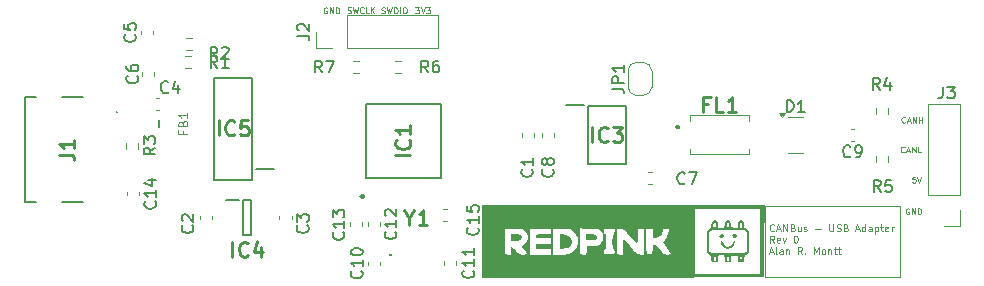
<source format=gbr>
%TF.GenerationSoftware,KiCad,Pcbnew,9.0.3*%
%TF.CreationDate,2025-11-24T21:16:14-05:00*%
%TF.ProjectId,RedPink_STM32C09_Board,52656450-696e-46b5-9f53-544d33324330,rev?*%
%TF.SameCoordinates,Original*%
%TF.FileFunction,Legend,Top*%
%TF.FilePolarity,Positive*%
%FSLAX46Y46*%
G04 Gerber Fmt 4.6, Leading zero omitted, Abs format (unit mm)*
G04 Created by KiCad (PCBNEW 9.0.3) date 2025-11-24 21:16:14*
%MOMM*%
%LPD*%
G01*
G04 APERTURE LIST*
%ADD10C,0.100000*%
%ADD11C,0.125000*%
%ADD12C,0.150000*%
%ADD13C,0.254000*%
%ADD14C,0.120000*%
%ADD15C,0.300000*%
%ADD16C,0.000000*%
%ADD17C,0.200000*%
%ADD18C,0.250000*%
G04 APERTURE END LIST*
D10*
X174595214Y-72254342D02*
X186014977Y-72254342D01*
X186014977Y-78275145D01*
X174595214Y-78275145D01*
X174595214Y-72254342D01*
D11*
X175392950Y-74347962D02*
X175364378Y-74376534D01*
X175364378Y-74376534D02*
X175278664Y-74405105D01*
X175278664Y-74405105D02*
X175221521Y-74405105D01*
X175221521Y-74405105D02*
X175135807Y-74376534D01*
X175135807Y-74376534D02*
X175078664Y-74319391D01*
X175078664Y-74319391D02*
X175050093Y-74262248D01*
X175050093Y-74262248D02*
X175021521Y-74147962D01*
X175021521Y-74147962D02*
X175021521Y-74062248D01*
X175021521Y-74062248D02*
X175050093Y-73947962D01*
X175050093Y-73947962D02*
X175078664Y-73890819D01*
X175078664Y-73890819D02*
X175135807Y-73833676D01*
X175135807Y-73833676D02*
X175221521Y-73805105D01*
X175221521Y-73805105D02*
X175278664Y-73805105D01*
X175278664Y-73805105D02*
X175364378Y-73833676D01*
X175364378Y-73833676D02*
X175392950Y-73862248D01*
X175621521Y-74233676D02*
X175907236Y-74233676D01*
X175564378Y-74405105D02*
X175764378Y-73805105D01*
X175764378Y-73805105D02*
X175964378Y-74405105D01*
X176164379Y-74405105D02*
X176164379Y-73805105D01*
X176164379Y-73805105D02*
X176507236Y-74405105D01*
X176507236Y-74405105D02*
X176507236Y-73805105D01*
X176992950Y-74090819D02*
X177078664Y-74119391D01*
X177078664Y-74119391D02*
X177107235Y-74147962D01*
X177107235Y-74147962D02*
X177135807Y-74205105D01*
X177135807Y-74205105D02*
X177135807Y-74290819D01*
X177135807Y-74290819D02*
X177107235Y-74347962D01*
X177107235Y-74347962D02*
X177078664Y-74376534D01*
X177078664Y-74376534D02*
X177021521Y-74405105D01*
X177021521Y-74405105D02*
X176792950Y-74405105D01*
X176792950Y-74405105D02*
X176792950Y-73805105D01*
X176792950Y-73805105D02*
X176992950Y-73805105D01*
X176992950Y-73805105D02*
X177050093Y-73833676D01*
X177050093Y-73833676D02*
X177078664Y-73862248D01*
X177078664Y-73862248D02*
X177107235Y-73919391D01*
X177107235Y-73919391D02*
X177107235Y-73976534D01*
X177107235Y-73976534D02*
X177078664Y-74033676D01*
X177078664Y-74033676D02*
X177050093Y-74062248D01*
X177050093Y-74062248D02*
X176992950Y-74090819D01*
X176992950Y-74090819D02*
X176792950Y-74090819D01*
X177650093Y-74005105D02*
X177650093Y-74405105D01*
X177392950Y-74005105D02*
X177392950Y-74319391D01*
X177392950Y-74319391D02*
X177421521Y-74376534D01*
X177421521Y-74376534D02*
X177478664Y-74405105D01*
X177478664Y-74405105D02*
X177564378Y-74405105D01*
X177564378Y-74405105D02*
X177621521Y-74376534D01*
X177621521Y-74376534D02*
X177650093Y-74347962D01*
X177907235Y-74376534D02*
X177964378Y-74405105D01*
X177964378Y-74405105D02*
X178078664Y-74405105D01*
X178078664Y-74405105D02*
X178135807Y-74376534D01*
X178135807Y-74376534D02*
X178164378Y-74319391D01*
X178164378Y-74319391D02*
X178164378Y-74290819D01*
X178164378Y-74290819D02*
X178135807Y-74233676D01*
X178135807Y-74233676D02*
X178078664Y-74205105D01*
X178078664Y-74205105D02*
X177992950Y-74205105D01*
X177992950Y-74205105D02*
X177935807Y-74176534D01*
X177935807Y-74176534D02*
X177907235Y-74119391D01*
X177907235Y-74119391D02*
X177907235Y-74090819D01*
X177907235Y-74090819D02*
X177935807Y-74033676D01*
X177935807Y-74033676D02*
X177992950Y-74005105D01*
X177992950Y-74005105D02*
X178078664Y-74005105D01*
X178078664Y-74005105D02*
X178135807Y-74033676D01*
X178878664Y-74176534D02*
X179335807Y-74176534D01*
X180078664Y-73805105D02*
X180078664Y-74290819D01*
X180078664Y-74290819D02*
X180107235Y-74347962D01*
X180107235Y-74347962D02*
X180135807Y-74376534D01*
X180135807Y-74376534D02*
X180192949Y-74405105D01*
X180192949Y-74405105D02*
X180307235Y-74405105D01*
X180307235Y-74405105D02*
X180364378Y-74376534D01*
X180364378Y-74376534D02*
X180392949Y-74347962D01*
X180392949Y-74347962D02*
X180421521Y-74290819D01*
X180421521Y-74290819D02*
X180421521Y-73805105D01*
X180678663Y-74376534D02*
X180764378Y-74405105D01*
X180764378Y-74405105D02*
X180907235Y-74405105D01*
X180907235Y-74405105D02*
X180964378Y-74376534D01*
X180964378Y-74376534D02*
X180992949Y-74347962D01*
X180992949Y-74347962D02*
X181021520Y-74290819D01*
X181021520Y-74290819D02*
X181021520Y-74233676D01*
X181021520Y-74233676D02*
X180992949Y-74176534D01*
X180992949Y-74176534D02*
X180964378Y-74147962D01*
X180964378Y-74147962D02*
X180907235Y-74119391D01*
X180907235Y-74119391D02*
X180792949Y-74090819D01*
X180792949Y-74090819D02*
X180735806Y-74062248D01*
X180735806Y-74062248D02*
X180707235Y-74033676D01*
X180707235Y-74033676D02*
X180678663Y-73976534D01*
X180678663Y-73976534D02*
X180678663Y-73919391D01*
X180678663Y-73919391D02*
X180707235Y-73862248D01*
X180707235Y-73862248D02*
X180735806Y-73833676D01*
X180735806Y-73833676D02*
X180792949Y-73805105D01*
X180792949Y-73805105D02*
X180935806Y-73805105D01*
X180935806Y-73805105D02*
X181021520Y-73833676D01*
X181478664Y-74090819D02*
X181564378Y-74119391D01*
X181564378Y-74119391D02*
X181592949Y-74147962D01*
X181592949Y-74147962D02*
X181621521Y-74205105D01*
X181621521Y-74205105D02*
X181621521Y-74290819D01*
X181621521Y-74290819D02*
X181592949Y-74347962D01*
X181592949Y-74347962D02*
X181564378Y-74376534D01*
X181564378Y-74376534D02*
X181507235Y-74405105D01*
X181507235Y-74405105D02*
X181278664Y-74405105D01*
X181278664Y-74405105D02*
X181278664Y-73805105D01*
X181278664Y-73805105D02*
X181478664Y-73805105D01*
X181478664Y-73805105D02*
X181535807Y-73833676D01*
X181535807Y-73833676D02*
X181564378Y-73862248D01*
X181564378Y-73862248D02*
X181592949Y-73919391D01*
X181592949Y-73919391D02*
X181592949Y-73976534D01*
X181592949Y-73976534D02*
X181564378Y-74033676D01*
X181564378Y-74033676D02*
X181535807Y-74062248D01*
X181535807Y-74062248D02*
X181478664Y-74090819D01*
X181478664Y-74090819D02*
X181278664Y-74090819D01*
X182307235Y-74233676D02*
X182592950Y-74233676D01*
X182250092Y-74405105D02*
X182450092Y-73805105D01*
X182450092Y-73805105D02*
X182650092Y-74405105D01*
X183107236Y-74405105D02*
X183107236Y-73805105D01*
X183107236Y-74376534D02*
X183050093Y-74405105D01*
X183050093Y-74405105D02*
X182935807Y-74405105D01*
X182935807Y-74405105D02*
X182878664Y-74376534D01*
X182878664Y-74376534D02*
X182850093Y-74347962D01*
X182850093Y-74347962D02*
X182821521Y-74290819D01*
X182821521Y-74290819D02*
X182821521Y-74119391D01*
X182821521Y-74119391D02*
X182850093Y-74062248D01*
X182850093Y-74062248D02*
X182878664Y-74033676D01*
X182878664Y-74033676D02*
X182935807Y-74005105D01*
X182935807Y-74005105D02*
X183050093Y-74005105D01*
X183050093Y-74005105D02*
X183107236Y-74033676D01*
X183650093Y-74405105D02*
X183650093Y-74090819D01*
X183650093Y-74090819D02*
X183621521Y-74033676D01*
X183621521Y-74033676D02*
X183564378Y-74005105D01*
X183564378Y-74005105D02*
X183450093Y-74005105D01*
X183450093Y-74005105D02*
X183392950Y-74033676D01*
X183650093Y-74376534D02*
X183592950Y-74405105D01*
X183592950Y-74405105D02*
X183450093Y-74405105D01*
X183450093Y-74405105D02*
X183392950Y-74376534D01*
X183392950Y-74376534D02*
X183364378Y-74319391D01*
X183364378Y-74319391D02*
X183364378Y-74262248D01*
X183364378Y-74262248D02*
X183392950Y-74205105D01*
X183392950Y-74205105D02*
X183450093Y-74176534D01*
X183450093Y-74176534D02*
X183592950Y-74176534D01*
X183592950Y-74176534D02*
X183650093Y-74147962D01*
X183935807Y-74005105D02*
X183935807Y-74605105D01*
X183935807Y-74033676D02*
X183992950Y-74005105D01*
X183992950Y-74005105D02*
X184107235Y-74005105D01*
X184107235Y-74005105D02*
X184164378Y-74033676D01*
X184164378Y-74033676D02*
X184192950Y-74062248D01*
X184192950Y-74062248D02*
X184221521Y-74119391D01*
X184221521Y-74119391D02*
X184221521Y-74290819D01*
X184221521Y-74290819D02*
X184192950Y-74347962D01*
X184192950Y-74347962D02*
X184164378Y-74376534D01*
X184164378Y-74376534D02*
X184107235Y-74405105D01*
X184107235Y-74405105D02*
X183992950Y-74405105D01*
X183992950Y-74405105D02*
X183935807Y-74376534D01*
X184392949Y-74005105D02*
X184621521Y-74005105D01*
X184478664Y-73805105D02*
X184478664Y-74319391D01*
X184478664Y-74319391D02*
X184507235Y-74376534D01*
X184507235Y-74376534D02*
X184564378Y-74405105D01*
X184564378Y-74405105D02*
X184621521Y-74405105D01*
X185050092Y-74376534D02*
X184992949Y-74405105D01*
X184992949Y-74405105D02*
X184878664Y-74405105D01*
X184878664Y-74405105D02*
X184821521Y-74376534D01*
X184821521Y-74376534D02*
X184792949Y-74319391D01*
X184792949Y-74319391D02*
X184792949Y-74090819D01*
X184792949Y-74090819D02*
X184821521Y-74033676D01*
X184821521Y-74033676D02*
X184878664Y-74005105D01*
X184878664Y-74005105D02*
X184992949Y-74005105D01*
X184992949Y-74005105D02*
X185050092Y-74033676D01*
X185050092Y-74033676D02*
X185078664Y-74090819D01*
X185078664Y-74090819D02*
X185078664Y-74147962D01*
X185078664Y-74147962D02*
X184792949Y-74205105D01*
X185335807Y-74405105D02*
X185335807Y-74005105D01*
X185335807Y-74119391D02*
X185364378Y-74062248D01*
X185364378Y-74062248D02*
X185392950Y-74033676D01*
X185392950Y-74033676D02*
X185450092Y-74005105D01*
X185450092Y-74005105D02*
X185507235Y-74005105D01*
X175392950Y-75371071D02*
X175192950Y-75085357D01*
X175050093Y-75371071D02*
X175050093Y-74771071D01*
X175050093Y-74771071D02*
X175278664Y-74771071D01*
X175278664Y-74771071D02*
X175335807Y-74799642D01*
X175335807Y-74799642D02*
X175364378Y-74828214D01*
X175364378Y-74828214D02*
X175392950Y-74885357D01*
X175392950Y-74885357D02*
X175392950Y-74971071D01*
X175392950Y-74971071D02*
X175364378Y-75028214D01*
X175364378Y-75028214D02*
X175335807Y-75056785D01*
X175335807Y-75056785D02*
X175278664Y-75085357D01*
X175278664Y-75085357D02*
X175050093Y-75085357D01*
X175878664Y-75342500D02*
X175821521Y-75371071D01*
X175821521Y-75371071D02*
X175707236Y-75371071D01*
X175707236Y-75371071D02*
X175650093Y-75342500D01*
X175650093Y-75342500D02*
X175621521Y-75285357D01*
X175621521Y-75285357D02*
X175621521Y-75056785D01*
X175621521Y-75056785D02*
X175650093Y-74999642D01*
X175650093Y-74999642D02*
X175707236Y-74971071D01*
X175707236Y-74971071D02*
X175821521Y-74971071D01*
X175821521Y-74971071D02*
X175878664Y-74999642D01*
X175878664Y-74999642D02*
X175907236Y-75056785D01*
X175907236Y-75056785D02*
X175907236Y-75113928D01*
X175907236Y-75113928D02*
X175621521Y-75171071D01*
X176107236Y-74971071D02*
X176250093Y-75371071D01*
X176250093Y-75371071D02*
X176392950Y-74971071D01*
X177192950Y-74771071D02*
X177250093Y-74771071D01*
X177250093Y-74771071D02*
X177307236Y-74799642D01*
X177307236Y-74799642D02*
X177335808Y-74828214D01*
X177335808Y-74828214D02*
X177364379Y-74885357D01*
X177364379Y-74885357D02*
X177392950Y-74999642D01*
X177392950Y-74999642D02*
X177392950Y-75142500D01*
X177392950Y-75142500D02*
X177364379Y-75256785D01*
X177364379Y-75256785D02*
X177335808Y-75313928D01*
X177335808Y-75313928D02*
X177307236Y-75342500D01*
X177307236Y-75342500D02*
X177250093Y-75371071D01*
X177250093Y-75371071D02*
X177192950Y-75371071D01*
X177192950Y-75371071D02*
X177135808Y-75342500D01*
X177135808Y-75342500D02*
X177107236Y-75313928D01*
X177107236Y-75313928D02*
X177078665Y-75256785D01*
X177078665Y-75256785D02*
X177050093Y-75142500D01*
X177050093Y-75142500D02*
X177050093Y-74999642D01*
X177050093Y-74999642D02*
X177078665Y-74885357D01*
X177078665Y-74885357D02*
X177107236Y-74828214D01*
X177107236Y-74828214D02*
X177135808Y-74799642D01*
X177135808Y-74799642D02*
X177192950Y-74771071D01*
X175021521Y-76165608D02*
X175307236Y-76165608D01*
X174964378Y-76337037D02*
X175164378Y-75737037D01*
X175164378Y-75737037D02*
X175364378Y-76337037D01*
X175650093Y-76337037D02*
X175592950Y-76308466D01*
X175592950Y-76308466D02*
X175564379Y-76251323D01*
X175564379Y-76251323D02*
X175564379Y-75737037D01*
X176135808Y-76337037D02*
X176135808Y-76022751D01*
X176135808Y-76022751D02*
X176107236Y-75965608D01*
X176107236Y-75965608D02*
X176050093Y-75937037D01*
X176050093Y-75937037D02*
X175935808Y-75937037D01*
X175935808Y-75937037D02*
X175878665Y-75965608D01*
X176135808Y-76308466D02*
X176078665Y-76337037D01*
X176078665Y-76337037D02*
X175935808Y-76337037D01*
X175935808Y-76337037D02*
X175878665Y-76308466D01*
X175878665Y-76308466D02*
X175850093Y-76251323D01*
X175850093Y-76251323D02*
X175850093Y-76194180D01*
X175850093Y-76194180D02*
X175878665Y-76137037D01*
X175878665Y-76137037D02*
X175935808Y-76108466D01*
X175935808Y-76108466D02*
X176078665Y-76108466D01*
X176078665Y-76108466D02*
X176135808Y-76079894D01*
X176421522Y-75937037D02*
X176421522Y-76337037D01*
X176421522Y-75994180D02*
X176450093Y-75965608D01*
X176450093Y-75965608D02*
X176507236Y-75937037D01*
X176507236Y-75937037D02*
X176592950Y-75937037D01*
X176592950Y-75937037D02*
X176650093Y-75965608D01*
X176650093Y-75965608D02*
X176678665Y-76022751D01*
X176678665Y-76022751D02*
X176678665Y-76337037D01*
X177764379Y-76337037D02*
X177564379Y-76051323D01*
X177421522Y-76337037D02*
X177421522Y-75737037D01*
X177421522Y-75737037D02*
X177650093Y-75737037D01*
X177650093Y-75737037D02*
X177707236Y-75765608D01*
X177707236Y-75765608D02*
X177735807Y-75794180D01*
X177735807Y-75794180D02*
X177764379Y-75851323D01*
X177764379Y-75851323D02*
X177764379Y-75937037D01*
X177764379Y-75937037D02*
X177735807Y-75994180D01*
X177735807Y-75994180D02*
X177707236Y-76022751D01*
X177707236Y-76022751D02*
X177650093Y-76051323D01*
X177650093Y-76051323D02*
X177421522Y-76051323D01*
X178021522Y-76279894D02*
X178050093Y-76308466D01*
X178050093Y-76308466D02*
X178021522Y-76337037D01*
X178021522Y-76337037D02*
X177992950Y-76308466D01*
X177992950Y-76308466D02*
X178021522Y-76279894D01*
X178021522Y-76279894D02*
X178021522Y-76337037D01*
X178764379Y-76337037D02*
X178764379Y-75737037D01*
X178764379Y-75737037D02*
X178964379Y-76165608D01*
X178964379Y-76165608D02*
X179164379Y-75737037D01*
X179164379Y-75737037D02*
X179164379Y-76337037D01*
X179535807Y-76337037D02*
X179478664Y-76308466D01*
X179478664Y-76308466D02*
X179450093Y-76279894D01*
X179450093Y-76279894D02*
X179421521Y-76222751D01*
X179421521Y-76222751D02*
X179421521Y-76051323D01*
X179421521Y-76051323D02*
X179450093Y-75994180D01*
X179450093Y-75994180D02*
X179478664Y-75965608D01*
X179478664Y-75965608D02*
X179535807Y-75937037D01*
X179535807Y-75937037D02*
X179621521Y-75937037D01*
X179621521Y-75937037D02*
X179678664Y-75965608D01*
X179678664Y-75965608D02*
X179707236Y-75994180D01*
X179707236Y-75994180D02*
X179735807Y-76051323D01*
X179735807Y-76051323D02*
X179735807Y-76222751D01*
X179735807Y-76222751D02*
X179707236Y-76279894D01*
X179707236Y-76279894D02*
X179678664Y-76308466D01*
X179678664Y-76308466D02*
X179621521Y-76337037D01*
X179621521Y-76337037D02*
X179535807Y-76337037D01*
X179992950Y-75937037D02*
X179992950Y-76337037D01*
X179992950Y-75994180D02*
X180021521Y-75965608D01*
X180021521Y-75965608D02*
X180078664Y-75937037D01*
X180078664Y-75937037D02*
X180164378Y-75937037D01*
X180164378Y-75937037D02*
X180221521Y-75965608D01*
X180221521Y-75965608D02*
X180250093Y-76022751D01*
X180250093Y-76022751D02*
X180250093Y-76337037D01*
X180450092Y-75937037D02*
X180678664Y-75937037D01*
X180535807Y-75737037D02*
X180535807Y-76251323D01*
X180535807Y-76251323D02*
X180564378Y-76308466D01*
X180564378Y-76308466D02*
X180621521Y-76337037D01*
X180621521Y-76337037D02*
X180678664Y-76337037D01*
X180792949Y-75937037D02*
X181021521Y-75937037D01*
X180878664Y-75737037D02*
X180878664Y-76251323D01*
X180878664Y-76251323D02*
X180907235Y-76308466D01*
X180907235Y-76308466D02*
X180964378Y-76337037D01*
X180964378Y-76337037D02*
X181021521Y-76337037D01*
X142152474Y-55933500D02*
X142223902Y-55957309D01*
X142223902Y-55957309D02*
X142342950Y-55957309D01*
X142342950Y-55957309D02*
X142390569Y-55933500D01*
X142390569Y-55933500D02*
X142414378Y-55909690D01*
X142414378Y-55909690D02*
X142438188Y-55862071D01*
X142438188Y-55862071D02*
X142438188Y-55814452D01*
X142438188Y-55814452D02*
X142414378Y-55766833D01*
X142414378Y-55766833D02*
X142390569Y-55743023D01*
X142390569Y-55743023D02*
X142342950Y-55719214D01*
X142342950Y-55719214D02*
X142247712Y-55695404D01*
X142247712Y-55695404D02*
X142200093Y-55671595D01*
X142200093Y-55671595D02*
X142176283Y-55647785D01*
X142176283Y-55647785D02*
X142152474Y-55600166D01*
X142152474Y-55600166D02*
X142152474Y-55552547D01*
X142152474Y-55552547D02*
X142176283Y-55504928D01*
X142176283Y-55504928D02*
X142200093Y-55481119D01*
X142200093Y-55481119D02*
X142247712Y-55457309D01*
X142247712Y-55457309D02*
X142366759Y-55457309D01*
X142366759Y-55457309D02*
X142438188Y-55481119D01*
X142604854Y-55457309D02*
X142723902Y-55957309D01*
X142723902Y-55957309D02*
X142819140Y-55600166D01*
X142819140Y-55600166D02*
X142914378Y-55957309D01*
X142914378Y-55957309D02*
X143033426Y-55457309D01*
X143223902Y-55957309D02*
X143223902Y-55457309D01*
X143223902Y-55457309D02*
X143342950Y-55457309D01*
X143342950Y-55457309D02*
X143414378Y-55481119D01*
X143414378Y-55481119D02*
X143461997Y-55528738D01*
X143461997Y-55528738D02*
X143485807Y-55576357D01*
X143485807Y-55576357D02*
X143509616Y-55671595D01*
X143509616Y-55671595D02*
X143509616Y-55743023D01*
X143509616Y-55743023D02*
X143485807Y-55838261D01*
X143485807Y-55838261D02*
X143461997Y-55885880D01*
X143461997Y-55885880D02*
X143414378Y-55933500D01*
X143414378Y-55933500D02*
X143342950Y-55957309D01*
X143342950Y-55957309D02*
X143223902Y-55957309D01*
X143723902Y-55957309D02*
X143723902Y-55457309D01*
X144057235Y-55457309D02*
X144152473Y-55457309D01*
X144152473Y-55457309D02*
X144200092Y-55481119D01*
X144200092Y-55481119D02*
X144247711Y-55528738D01*
X144247711Y-55528738D02*
X144271521Y-55623976D01*
X144271521Y-55623976D02*
X144271521Y-55790642D01*
X144271521Y-55790642D02*
X144247711Y-55885880D01*
X144247711Y-55885880D02*
X144200092Y-55933500D01*
X144200092Y-55933500D02*
X144152473Y-55957309D01*
X144152473Y-55957309D02*
X144057235Y-55957309D01*
X144057235Y-55957309D02*
X144009616Y-55933500D01*
X144009616Y-55933500D02*
X143961997Y-55885880D01*
X143961997Y-55885880D02*
X143938188Y-55790642D01*
X143938188Y-55790642D02*
X143938188Y-55623976D01*
X143938188Y-55623976D02*
X143961997Y-55528738D01*
X143961997Y-55528738D02*
X144009616Y-55481119D01*
X144009616Y-55481119D02*
X144057235Y-55457309D01*
X186813188Y-72481119D02*
X186765569Y-72457309D01*
X186765569Y-72457309D02*
X186694140Y-72457309D01*
X186694140Y-72457309D02*
X186622712Y-72481119D01*
X186622712Y-72481119D02*
X186575093Y-72528738D01*
X186575093Y-72528738D02*
X186551283Y-72576357D01*
X186551283Y-72576357D02*
X186527474Y-72671595D01*
X186527474Y-72671595D02*
X186527474Y-72743023D01*
X186527474Y-72743023D02*
X186551283Y-72838261D01*
X186551283Y-72838261D02*
X186575093Y-72885880D01*
X186575093Y-72885880D02*
X186622712Y-72933500D01*
X186622712Y-72933500D02*
X186694140Y-72957309D01*
X186694140Y-72957309D02*
X186741759Y-72957309D01*
X186741759Y-72957309D02*
X186813188Y-72933500D01*
X186813188Y-72933500D02*
X186836997Y-72909690D01*
X186836997Y-72909690D02*
X186836997Y-72743023D01*
X186836997Y-72743023D02*
X186741759Y-72743023D01*
X187051283Y-72957309D02*
X187051283Y-72457309D01*
X187051283Y-72457309D02*
X187336997Y-72957309D01*
X187336997Y-72957309D02*
X187336997Y-72457309D01*
X187575093Y-72957309D02*
X187575093Y-72457309D01*
X187575093Y-72457309D02*
X187694141Y-72457309D01*
X187694141Y-72457309D02*
X187765569Y-72481119D01*
X187765569Y-72481119D02*
X187813188Y-72528738D01*
X187813188Y-72528738D02*
X187836998Y-72576357D01*
X187836998Y-72576357D02*
X187860807Y-72671595D01*
X187860807Y-72671595D02*
X187860807Y-72743023D01*
X187860807Y-72743023D02*
X187836998Y-72838261D01*
X187836998Y-72838261D02*
X187813188Y-72885880D01*
X187813188Y-72885880D02*
X187765569Y-72933500D01*
X187765569Y-72933500D02*
X187694141Y-72957309D01*
X187694141Y-72957309D02*
X187575093Y-72957309D01*
X186436997Y-67684690D02*
X186413188Y-67708500D01*
X186413188Y-67708500D02*
X186341759Y-67732309D01*
X186341759Y-67732309D02*
X186294140Y-67732309D01*
X186294140Y-67732309D02*
X186222712Y-67708500D01*
X186222712Y-67708500D02*
X186175093Y-67660880D01*
X186175093Y-67660880D02*
X186151283Y-67613261D01*
X186151283Y-67613261D02*
X186127474Y-67518023D01*
X186127474Y-67518023D02*
X186127474Y-67446595D01*
X186127474Y-67446595D02*
X186151283Y-67351357D01*
X186151283Y-67351357D02*
X186175093Y-67303738D01*
X186175093Y-67303738D02*
X186222712Y-67256119D01*
X186222712Y-67256119D02*
X186294140Y-67232309D01*
X186294140Y-67232309D02*
X186341759Y-67232309D01*
X186341759Y-67232309D02*
X186413188Y-67256119D01*
X186413188Y-67256119D02*
X186436997Y-67279928D01*
X186627474Y-67589452D02*
X186865569Y-67589452D01*
X186579855Y-67732309D02*
X186746521Y-67232309D01*
X186746521Y-67232309D02*
X186913188Y-67732309D01*
X187079854Y-67732309D02*
X187079854Y-67232309D01*
X187079854Y-67232309D02*
X187365568Y-67732309D01*
X187365568Y-67732309D02*
X187365568Y-67232309D01*
X187841759Y-67732309D02*
X187603664Y-67732309D01*
X187603664Y-67732309D02*
X187603664Y-67232309D01*
X186486997Y-65159690D02*
X186463188Y-65183500D01*
X186463188Y-65183500D02*
X186391759Y-65207309D01*
X186391759Y-65207309D02*
X186344140Y-65207309D01*
X186344140Y-65207309D02*
X186272712Y-65183500D01*
X186272712Y-65183500D02*
X186225093Y-65135880D01*
X186225093Y-65135880D02*
X186201283Y-65088261D01*
X186201283Y-65088261D02*
X186177474Y-64993023D01*
X186177474Y-64993023D02*
X186177474Y-64921595D01*
X186177474Y-64921595D02*
X186201283Y-64826357D01*
X186201283Y-64826357D02*
X186225093Y-64778738D01*
X186225093Y-64778738D02*
X186272712Y-64731119D01*
X186272712Y-64731119D02*
X186344140Y-64707309D01*
X186344140Y-64707309D02*
X186391759Y-64707309D01*
X186391759Y-64707309D02*
X186463188Y-64731119D01*
X186463188Y-64731119D02*
X186486997Y-64754928D01*
X186677474Y-65064452D02*
X186915569Y-65064452D01*
X186629855Y-65207309D02*
X186796521Y-64707309D01*
X186796521Y-64707309D02*
X186963188Y-65207309D01*
X187129854Y-65207309D02*
X187129854Y-64707309D01*
X187129854Y-64707309D02*
X187415568Y-65207309D01*
X187415568Y-65207309D02*
X187415568Y-64707309D01*
X187653664Y-65207309D02*
X187653664Y-64707309D01*
X187653664Y-64945404D02*
X187939378Y-64945404D01*
X187939378Y-65207309D02*
X187939378Y-64707309D01*
X139277474Y-55908500D02*
X139348902Y-55932309D01*
X139348902Y-55932309D02*
X139467950Y-55932309D01*
X139467950Y-55932309D02*
X139515569Y-55908500D01*
X139515569Y-55908500D02*
X139539378Y-55884690D01*
X139539378Y-55884690D02*
X139563188Y-55837071D01*
X139563188Y-55837071D02*
X139563188Y-55789452D01*
X139563188Y-55789452D02*
X139539378Y-55741833D01*
X139539378Y-55741833D02*
X139515569Y-55718023D01*
X139515569Y-55718023D02*
X139467950Y-55694214D01*
X139467950Y-55694214D02*
X139372712Y-55670404D01*
X139372712Y-55670404D02*
X139325093Y-55646595D01*
X139325093Y-55646595D02*
X139301283Y-55622785D01*
X139301283Y-55622785D02*
X139277474Y-55575166D01*
X139277474Y-55575166D02*
X139277474Y-55527547D01*
X139277474Y-55527547D02*
X139301283Y-55479928D01*
X139301283Y-55479928D02*
X139325093Y-55456119D01*
X139325093Y-55456119D02*
X139372712Y-55432309D01*
X139372712Y-55432309D02*
X139491759Y-55432309D01*
X139491759Y-55432309D02*
X139563188Y-55456119D01*
X139729854Y-55432309D02*
X139848902Y-55932309D01*
X139848902Y-55932309D02*
X139944140Y-55575166D01*
X139944140Y-55575166D02*
X140039378Y-55932309D01*
X140039378Y-55932309D02*
X140158426Y-55432309D01*
X140634616Y-55884690D02*
X140610807Y-55908500D01*
X140610807Y-55908500D02*
X140539378Y-55932309D01*
X140539378Y-55932309D02*
X140491759Y-55932309D01*
X140491759Y-55932309D02*
X140420331Y-55908500D01*
X140420331Y-55908500D02*
X140372712Y-55860880D01*
X140372712Y-55860880D02*
X140348902Y-55813261D01*
X140348902Y-55813261D02*
X140325093Y-55718023D01*
X140325093Y-55718023D02*
X140325093Y-55646595D01*
X140325093Y-55646595D02*
X140348902Y-55551357D01*
X140348902Y-55551357D02*
X140372712Y-55503738D01*
X140372712Y-55503738D02*
X140420331Y-55456119D01*
X140420331Y-55456119D02*
X140491759Y-55432309D01*
X140491759Y-55432309D02*
X140539378Y-55432309D01*
X140539378Y-55432309D02*
X140610807Y-55456119D01*
X140610807Y-55456119D02*
X140634616Y-55479928D01*
X141086997Y-55932309D02*
X140848902Y-55932309D01*
X140848902Y-55932309D02*
X140848902Y-55432309D01*
X141253664Y-55932309D02*
X141253664Y-55432309D01*
X141539378Y-55932309D02*
X141325093Y-55646595D01*
X141539378Y-55432309D02*
X141253664Y-55718023D01*
X137538188Y-55481119D02*
X137490569Y-55457309D01*
X137490569Y-55457309D02*
X137419140Y-55457309D01*
X137419140Y-55457309D02*
X137347712Y-55481119D01*
X137347712Y-55481119D02*
X137300093Y-55528738D01*
X137300093Y-55528738D02*
X137276283Y-55576357D01*
X137276283Y-55576357D02*
X137252474Y-55671595D01*
X137252474Y-55671595D02*
X137252474Y-55743023D01*
X137252474Y-55743023D02*
X137276283Y-55838261D01*
X137276283Y-55838261D02*
X137300093Y-55885880D01*
X137300093Y-55885880D02*
X137347712Y-55933500D01*
X137347712Y-55933500D02*
X137419140Y-55957309D01*
X137419140Y-55957309D02*
X137466759Y-55957309D01*
X137466759Y-55957309D02*
X137538188Y-55933500D01*
X137538188Y-55933500D02*
X137561997Y-55909690D01*
X137561997Y-55909690D02*
X137561997Y-55743023D01*
X137561997Y-55743023D02*
X137466759Y-55743023D01*
X137776283Y-55957309D02*
X137776283Y-55457309D01*
X137776283Y-55457309D02*
X138061997Y-55957309D01*
X138061997Y-55957309D02*
X138061997Y-55457309D01*
X138300093Y-55957309D02*
X138300093Y-55457309D01*
X138300093Y-55457309D02*
X138419141Y-55457309D01*
X138419141Y-55457309D02*
X138490569Y-55481119D01*
X138490569Y-55481119D02*
X138538188Y-55528738D01*
X138538188Y-55528738D02*
X138561998Y-55576357D01*
X138561998Y-55576357D02*
X138585807Y-55671595D01*
X138585807Y-55671595D02*
X138585807Y-55743023D01*
X138585807Y-55743023D02*
X138561998Y-55838261D01*
X138561998Y-55838261D02*
X138538188Y-55885880D01*
X138538188Y-55885880D02*
X138490569Y-55933500D01*
X138490569Y-55933500D02*
X138419141Y-55957309D01*
X138419141Y-55957309D02*
X138300093Y-55957309D01*
X145028664Y-55457309D02*
X145338188Y-55457309D01*
X145338188Y-55457309D02*
X145171521Y-55647785D01*
X145171521Y-55647785D02*
X145242950Y-55647785D01*
X145242950Y-55647785D02*
X145290569Y-55671595D01*
X145290569Y-55671595D02*
X145314378Y-55695404D01*
X145314378Y-55695404D02*
X145338188Y-55743023D01*
X145338188Y-55743023D02*
X145338188Y-55862071D01*
X145338188Y-55862071D02*
X145314378Y-55909690D01*
X145314378Y-55909690D02*
X145290569Y-55933500D01*
X145290569Y-55933500D02*
X145242950Y-55957309D01*
X145242950Y-55957309D02*
X145100093Y-55957309D01*
X145100093Y-55957309D02*
X145052474Y-55933500D01*
X145052474Y-55933500D02*
X145028664Y-55909690D01*
X145481045Y-55457309D02*
X145647711Y-55957309D01*
X145647711Y-55957309D02*
X145814378Y-55457309D01*
X145933425Y-55457309D02*
X146242949Y-55457309D01*
X146242949Y-55457309D02*
X146076282Y-55647785D01*
X146076282Y-55647785D02*
X146147711Y-55647785D01*
X146147711Y-55647785D02*
X146195330Y-55671595D01*
X146195330Y-55671595D02*
X146219139Y-55695404D01*
X146219139Y-55695404D02*
X146242949Y-55743023D01*
X146242949Y-55743023D02*
X146242949Y-55862071D01*
X146242949Y-55862071D02*
X146219139Y-55909690D01*
X146219139Y-55909690D02*
X146195330Y-55933500D01*
X146195330Y-55933500D02*
X146147711Y-55957309D01*
X146147711Y-55957309D02*
X146004854Y-55957309D01*
X146004854Y-55957309D02*
X145957235Y-55933500D01*
X145957235Y-55933500D02*
X145933425Y-55909690D01*
X187364378Y-69782309D02*
X187126283Y-69782309D01*
X187126283Y-69782309D02*
X187102474Y-70020404D01*
X187102474Y-70020404D02*
X187126283Y-69996595D01*
X187126283Y-69996595D02*
X187173902Y-69972785D01*
X187173902Y-69972785D02*
X187292950Y-69972785D01*
X187292950Y-69972785D02*
X187340569Y-69996595D01*
X187340569Y-69996595D02*
X187364378Y-70020404D01*
X187364378Y-70020404D02*
X187388188Y-70068023D01*
X187388188Y-70068023D02*
X187388188Y-70187071D01*
X187388188Y-70187071D02*
X187364378Y-70234690D01*
X187364378Y-70234690D02*
X187340569Y-70258500D01*
X187340569Y-70258500D02*
X187292950Y-70282309D01*
X187292950Y-70282309D02*
X187173902Y-70282309D01*
X187173902Y-70282309D02*
X187126283Y-70258500D01*
X187126283Y-70258500D02*
X187102474Y-70234690D01*
X187531045Y-69782309D02*
X187697711Y-70282309D01*
X187697711Y-70282309D02*
X187864378Y-69782309D01*
D12*
X121459580Y-61241666D02*
X121507200Y-61289285D01*
X121507200Y-61289285D02*
X121554819Y-61432142D01*
X121554819Y-61432142D02*
X121554819Y-61527380D01*
X121554819Y-61527380D02*
X121507200Y-61670237D01*
X121507200Y-61670237D02*
X121411961Y-61765475D01*
X121411961Y-61765475D02*
X121316723Y-61813094D01*
X121316723Y-61813094D02*
X121126247Y-61860713D01*
X121126247Y-61860713D02*
X120983390Y-61860713D01*
X120983390Y-61860713D02*
X120792914Y-61813094D01*
X120792914Y-61813094D02*
X120697676Y-61765475D01*
X120697676Y-61765475D02*
X120602438Y-61670237D01*
X120602438Y-61670237D02*
X120554819Y-61527380D01*
X120554819Y-61527380D02*
X120554819Y-61432142D01*
X120554819Y-61432142D02*
X120602438Y-61289285D01*
X120602438Y-61289285D02*
X120650057Y-61241666D01*
X120554819Y-60384523D02*
X120554819Y-60574999D01*
X120554819Y-60574999D02*
X120602438Y-60670237D01*
X120602438Y-60670237D02*
X120650057Y-60717856D01*
X120650057Y-60717856D02*
X120792914Y-60813094D01*
X120792914Y-60813094D02*
X120983390Y-60860713D01*
X120983390Y-60860713D02*
X121364342Y-60860713D01*
X121364342Y-60860713D02*
X121459580Y-60813094D01*
X121459580Y-60813094D02*
X121507200Y-60765475D01*
X121507200Y-60765475D02*
X121554819Y-60670237D01*
X121554819Y-60670237D02*
X121554819Y-60479761D01*
X121554819Y-60479761D02*
X121507200Y-60384523D01*
X121507200Y-60384523D02*
X121459580Y-60336904D01*
X121459580Y-60336904D02*
X121364342Y-60289285D01*
X121364342Y-60289285D02*
X121126247Y-60289285D01*
X121126247Y-60289285D02*
X121031009Y-60336904D01*
X121031009Y-60336904D02*
X120983390Y-60384523D01*
X120983390Y-60384523D02*
X120935771Y-60479761D01*
X120935771Y-60479761D02*
X120935771Y-60670237D01*
X120935771Y-60670237D02*
X120983390Y-60765475D01*
X120983390Y-60765475D02*
X121031009Y-60813094D01*
X121031009Y-60813094D02*
X121126247Y-60860713D01*
X143314580Y-74430357D02*
X143362200Y-74477976D01*
X143362200Y-74477976D02*
X143409819Y-74620833D01*
X143409819Y-74620833D02*
X143409819Y-74716071D01*
X143409819Y-74716071D02*
X143362200Y-74858928D01*
X143362200Y-74858928D02*
X143266961Y-74954166D01*
X143266961Y-74954166D02*
X143171723Y-75001785D01*
X143171723Y-75001785D02*
X142981247Y-75049404D01*
X142981247Y-75049404D02*
X142838390Y-75049404D01*
X142838390Y-75049404D02*
X142647914Y-75001785D01*
X142647914Y-75001785D02*
X142552676Y-74954166D01*
X142552676Y-74954166D02*
X142457438Y-74858928D01*
X142457438Y-74858928D02*
X142409819Y-74716071D01*
X142409819Y-74716071D02*
X142409819Y-74620833D01*
X142409819Y-74620833D02*
X142457438Y-74477976D01*
X142457438Y-74477976D02*
X142505057Y-74430357D01*
X143409819Y-73477976D02*
X143409819Y-74049404D01*
X143409819Y-73763690D02*
X142409819Y-73763690D01*
X142409819Y-73763690D02*
X142552676Y-73858928D01*
X142552676Y-73858928D02*
X142647914Y-73954166D01*
X142647914Y-73954166D02*
X142695533Y-74049404D01*
X142505057Y-73097023D02*
X142457438Y-73049404D01*
X142457438Y-73049404D02*
X142409819Y-72954166D01*
X142409819Y-72954166D02*
X142409819Y-72716071D01*
X142409819Y-72716071D02*
X142457438Y-72620833D01*
X142457438Y-72620833D02*
X142505057Y-72573214D01*
X142505057Y-72573214D02*
X142600295Y-72525595D01*
X142600295Y-72525595D02*
X142695533Y-72525595D01*
X142695533Y-72525595D02*
X142838390Y-72573214D01*
X142838390Y-72573214D02*
X143409819Y-73144642D01*
X143409819Y-73144642D02*
X143409819Y-72525595D01*
X184358333Y-62404819D02*
X184025000Y-61928628D01*
X183786905Y-62404819D02*
X183786905Y-61404819D01*
X183786905Y-61404819D02*
X184167857Y-61404819D01*
X184167857Y-61404819D02*
X184263095Y-61452438D01*
X184263095Y-61452438D02*
X184310714Y-61500057D01*
X184310714Y-61500057D02*
X184358333Y-61595295D01*
X184358333Y-61595295D02*
X184358333Y-61738152D01*
X184358333Y-61738152D02*
X184310714Y-61833390D01*
X184310714Y-61833390D02*
X184263095Y-61881009D01*
X184263095Y-61881009D02*
X184167857Y-61928628D01*
X184167857Y-61928628D02*
X183786905Y-61928628D01*
X185215476Y-61738152D02*
X185215476Y-62404819D01*
X184977381Y-61357200D02*
X184739286Y-62071485D01*
X184739286Y-62071485D02*
X185358333Y-62071485D01*
D13*
X169837619Y-63619080D02*
X169414285Y-63619080D01*
X169414285Y-64284318D02*
X169414285Y-63014318D01*
X169414285Y-63014318D02*
X170019047Y-63014318D01*
X171107618Y-64284318D02*
X170502856Y-64284318D01*
X170502856Y-64284318D02*
X170502856Y-63014318D01*
X172196190Y-64284318D02*
X171470475Y-64284318D01*
X171833332Y-64284318D02*
X171833332Y-63014318D01*
X171833332Y-63014318D02*
X171712380Y-63195746D01*
X171712380Y-63195746D02*
X171591428Y-63316699D01*
X171591428Y-63316699D02*
X171470475Y-63377175D01*
D12*
X135884580Y-73916666D02*
X135932200Y-73964285D01*
X135932200Y-73964285D02*
X135979819Y-74107142D01*
X135979819Y-74107142D02*
X135979819Y-74202380D01*
X135979819Y-74202380D02*
X135932200Y-74345237D01*
X135932200Y-74345237D02*
X135836961Y-74440475D01*
X135836961Y-74440475D02*
X135741723Y-74488094D01*
X135741723Y-74488094D02*
X135551247Y-74535713D01*
X135551247Y-74535713D02*
X135408390Y-74535713D01*
X135408390Y-74535713D02*
X135217914Y-74488094D01*
X135217914Y-74488094D02*
X135122676Y-74440475D01*
X135122676Y-74440475D02*
X135027438Y-74345237D01*
X135027438Y-74345237D02*
X134979819Y-74202380D01*
X134979819Y-74202380D02*
X134979819Y-74107142D01*
X134979819Y-74107142D02*
X135027438Y-73964285D01*
X135027438Y-73964285D02*
X135075057Y-73916666D01*
X134979819Y-73583332D02*
X134979819Y-72964285D01*
X134979819Y-72964285D02*
X135360771Y-73297618D01*
X135360771Y-73297618D02*
X135360771Y-73154761D01*
X135360771Y-73154761D02*
X135408390Y-73059523D01*
X135408390Y-73059523D02*
X135456009Y-73011904D01*
X135456009Y-73011904D02*
X135551247Y-72964285D01*
X135551247Y-72964285D02*
X135789342Y-72964285D01*
X135789342Y-72964285D02*
X135884580Y-73011904D01*
X135884580Y-73011904D02*
X135932200Y-73059523D01*
X135932200Y-73059523D02*
X135979819Y-73154761D01*
X135979819Y-73154761D02*
X135979819Y-73440475D01*
X135979819Y-73440475D02*
X135932200Y-73535713D01*
X135932200Y-73535713D02*
X135884580Y-73583332D01*
X122984580Y-71867857D02*
X123032200Y-71915476D01*
X123032200Y-71915476D02*
X123079819Y-72058333D01*
X123079819Y-72058333D02*
X123079819Y-72153571D01*
X123079819Y-72153571D02*
X123032200Y-72296428D01*
X123032200Y-72296428D02*
X122936961Y-72391666D01*
X122936961Y-72391666D02*
X122841723Y-72439285D01*
X122841723Y-72439285D02*
X122651247Y-72486904D01*
X122651247Y-72486904D02*
X122508390Y-72486904D01*
X122508390Y-72486904D02*
X122317914Y-72439285D01*
X122317914Y-72439285D02*
X122222676Y-72391666D01*
X122222676Y-72391666D02*
X122127438Y-72296428D01*
X122127438Y-72296428D02*
X122079819Y-72153571D01*
X122079819Y-72153571D02*
X122079819Y-72058333D01*
X122079819Y-72058333D02*
X122127438Y-71915476D01*
X122127438Y-71915476D02*
X122175057Y-71867857D01*
X123079819Y-70915476D02*
X123079819Y-71486904D01*
X123079819Y-71201190D02*
X122079819Y-71201190D01*
X122079819Y-71201190D02*
X122222676Y-71296428D01*
X122222676Y-71296428D02*
X122317914Y-71391666D01*
X122317914Y-71391666D02*
X122365533Y-71486904D01*
X122413152Y-70058333D02*
X123079819Y-70058333D01*
X122032200Y-70296428D02*
X122746485Y-70534523D01*
X122746485Y-70534523D02*
X122746485Y-69915476D01*
D13*
X144599318Y-67989762D02*
X143329318Y-67989762D01*
X144478365Y-66659285D02*
X144538842Y-66719761D01*
X144538842Y-66719761D02*
X144599318Y-66901190D01*
X144599318Y-66901190D02*
X144599318Y-67022142D01*
X144599318Y-67022142D02*
X144538842Y-67203571D01*
X144538842Y-67203571D02*
X144417889Y-67324523D01*
X144417889Y-67324523D02*
X144296937Y-67385000D01*
X144296937Y-67385000D02*
X144055032Y-67445476D01*
X144055032Y-67445476D02*
X143873603Y-67445476D01*
X143873603Y-67445476D02*
X143631699Y-67385000D01*
X143631699Y-67385000D02*
X143510746Y-67324523D01*
X143510746Y-67324523D02*
X143389794Y-67203571D01*
X143389794Y-67203571D02*
X143329318Y-67022142D01*
X143329318Y-67022142D02*
X143329318Y-66901190D01*
X143329318Y-66901190D02*
X143389794Y-66719761D01*
X143389794Y-66719761D02*
X143450270Y-66659285D01*
X144599318Y-65449761D02*
X144599318Y-66175476D01*
X144599318Y-65812619D02*
X143329318Y-65812619D01*
X143329318Y-65812619D02*
X143510746Y-65933571D01*
X143510746Y-65933571D02*
X143631699Y-66054523D01*
X143631699Y-66054523D02*
X143692175Y-66175476D01*
D12*
X140459580Y-77767857D02*
X140507200Y-77815476D01*
X140507200Y-77815476D02*
X140554819Y-77958333D01*
X140554819Y-77958333D02*
X140554819Y-78053571D01*
X140554819Y-78053571D02*
X140507200Y-78196428D01*
X140507200Y-78196428D02*
X140411961Y-78291666D01*
X140411961Y-78291666D02*
X140316723Y-78339285D01*
X140316723Y-78339285D02*
X140126247Y-78386904D01*
X140126247Y-78386904D02*
X139983390Y-78386904D01*
X139983390Y-78386904D02*
X139792914Y-78339285D01*
X139792914Y-78339285D02*
X139697676Y-78291666D01*
X139697676Y-78291666D02*
X139602438Y-78196428D01*
X139602438Y-78196428D02*
X139554819Y-78053571D01*
X139554819Y-78053571D02*
X139554819Y-77958333D01*
X139554819Y-77958333D02*
X139602438Y-77815476D01*
X139602438Y-77815476D02*
X139650057Y-77767857D01*
X140554819Y-76815476D02*
X140554819Y-77386904D01*
X140554819Y-77101190D02*
X139554819Y-77101190D01*
X139554819Y-77101190D02*
X139697676Y-77196428D01*
X139697676Y-77196428D02*
X139792914Y-77291666D01*
X139792914Y-77291666D02*
X139840533Y-77386904D01*
X139554819Y-76196428D02*
X139554819Y-76101190D01*
X139554819Y-76101190D02*
X139602438Y-76005952D01*
X139602438Y-76005952D02*
X139650057Y-75958333D01*
X139650057Y-75958333D02*
X139745295Y-75910714D01*
X139745295Y-75910714D02*
X139935771Y-75863095D01*
X139935771Y-75863095D02*
X140173866Y-75863095D01*
X140173866Y-75863095D02*
X140364342Y-75910714D01*
X140364342Y-75910714D02*
X140459580Y-75958333D01*
X140459580Y-75958333D02*
X140507200Y-76005952D01*
X140507200Y-76005952D02*
X140554819Y-76101190D01*
X140554819Y-76101190D02*
X140554819Y-76196428D01*
X140554819Y-76196428D02*
X140507200Y-76291666D01*
X140507200Y-76291666D02*
X140459580Y-76339285D01*
X140459580Y-76339285D02*
X140364342Y-76386904D01*
X140364342Y-76386904D02*
X140173866Y-76434523D01*
X140173866Y-76434523D02*
X139935771Y-76434523D01*
X139935771Y-76434523D02*
X139745295Y-76386904D01*
X139745295Y-76386904D02*
X139650057Y-76339285D01*
X139650057Y-76339285D02*
X139602438Y-76291666D01*
X139602438Y-76291666D02*
X139554819Y-76196428D01*
X150284580Y-74092857D02*
X150332200Y-74140476D01*
X150332200Y-74140476D02*
X150379819Y-74283333D01*
X150379819Y-74283333D02*
X150379819Y-74378571D01*
X150379819Y-74378571D02*
X150332200Y-74521428D01*
X150332200Y-74521428D02*
X150236961Y-74616666D01*
X150236961Y-74616666D02*
X150141723Y-74664285D01*
X150141723Y-74664285D02*
X149951247Y-74711904D01*
X149951247Y-74711904D02*
X149808390Y-74711904D01*
X149808390Y-74711904D02*
X149617914Y-74664285D01*
X149617914Y-74664285D02*
X149522676Y-74616666D01*
X149522676Y-74616666D02*
X149427438Y-74521428D01*
X149427438Y-74521428D02*
X149379819Y-74378571D01*
X149379819Y-74378571D02*
X149379819Y-74283333D01*
X149379819Y-74283333D02*
X149427438Y-74140476D01*
X149427438Y-74140476D02*
X149475057Y-74092857D01*
X150379819Y-73140476D02*
X150379819Y-73711904D01*
X150379819Y-73426190D02*
X149379819Y-73426190D01*
X149379819Y-73426190D02*
X149522676Y-73521428D01*
X149522676Y-73521428D02*
X149617914Y-73616666D01*
X149617914Y-73616666D02*
X149665533Y-73711904D01*
X149379819Y-72235714D02*
X149379819Y-72711904D01*
X149379819Y-72711904D02*
X149856009Y-72759523D01*
X149856009Y-72759523D02*
X149808390Y-72711904D01*
X149808390Y-72711904D02*
X149760771Y-72616666D01*
X149760771Y-72616666D02*
X149760771Y-72378571D01*
X149760771Y-72378571D02*
X149808390Y-72283333D01*
X149808390Y-72283333D02*
X149856009Y-72235714D01*
X149856009Y-72235714D02*
X149951247Y-72188095D01*
X149951247Y-72188095D02*
X150189342Y-72188095D01*
X150189342Y-72188095D02*
X150284580Y-72235714D01*
X150284580Y-72235714D02*
X150332200Y-72283333D01*
X150332200Y-72283333D02*
X150379819Y-72378571D01*
X150379819Y-72378571D02*
X150379819Y-72616666D01*
X150379819Y-72616666D02*
X150332200Y-72711904D01*
X150332200Y-72711904D02*
X150284580Y-72759523D01*
X156634580Y-69166666D02*
X156682200Y-69214285D01*
X156682200Y-69214285D02*
X156729819Y-69357142D01*
X156729819Y-69357142D02*
X156729819Y-69452380D01*
X156729819Y-69452380D02*
X156682200Y-69595237D01*
X156682200Y-69595237D02*
X156586961Y-69690475D01*
X156586961Y-69690475D02*
X156491723Y-69738094D01*
X156491723Y-69738094D02*
X156301247Y-69785713D01*
X156301247Y-69785713D02*
X156158390Y-69785713D01*
X156158390Y-69785713D02*
X155967914Y-69738094D01*
X155967914Y-69738094D02*
X155872676Y-69690475D01*
X155872676Y-69690475D02*
X155777438Y-69595237D01*
X155777438Y-69595237D02*
X155729819Y-69452380D01*
X155729819Y-69452380D02*
X155729819Y-69357142D01*
X155729819Y-69357142D02*
X155777438Y-69214285D01*
X155777438Y-69214285D02*
X155825057Y-69166666D01*
X156158390Y-68595237D02*
X156110771Y-68690475D01*
X156110771Y-68690475D02*
X156063152Y-68738094D01*
X156063152Y-68738094D02*
X155967914Y-68785713D01*
X155967914Y-68785713D02*
X155920295Y-68785713D01*
X155920295Y-68785713D02*
X155825057Y-68738094D01*
X155825057Y-68738094D02*
X155777438Y-68690475D01*
X155777438Y-68690475D02*
X155729819Y-68595237D01*
X155729819Y-68595237D02*
X155729819Y-68404761D01*
X155729819Y-68404761D02*
X155777438Y-68309523D01*
X155777438Y-68309523D02*
X155825057Y-68261904D01*
X155825057Y-68261904D02*
X155920295Y-68214285D01*
X155920295Y-68214285D02*
X155967914Y-68214285D01*
X155967914Y-68214285D02*
X156063152Y-68261904D01*
X156063152Y-68261904D02*
X156110771Y-68309523D01*
X156110771Y-68309523D02*
X156158390Y-68404761D01*
X156158390Y-68404761D02*
X156158390Y-68595237D01*
X156158390Y-68595237D02*
X156206009Y-68690475D01*
X156206009Y-68690475D02*
X156253628Y-68738094D01*
X156253628Y-68738094D02*
X156348866Y-68785713D01*
X156348866Y-68785713D02*
X156539342Y-68785713D01*
X156539342Y-68785713D02*
X156634580Y-68738094D01*
X156634580Y-68738094D02*
X156682200Y-68690475D01*
X156682200Y-68690475D02*
X156729819Y-68595237D01*
X156729819Y-68595237D02*
X156729819Y-68404761D01*
X156729819Y-68404761D02*
X156682200Y-68309523D01*
X156682200Y-68309523D02*
X156634580Y-68261904D01*
X156634580Y-68261904D02*
X156539342Y-68214285D01*
X156539342Y-68214285D02*
X156348866Y-68214285D01*
X156348866Y-68214285D02*
X156253628Y-68261904D01*
X156253628Y-68261904D02*
X156206009Y-68309523D01*
X156206009Y-68309523D02*
X156158390Y-68404761D01*
X161679819Y-62333333D02*
X162394104Y-62333333D01*
X162394104Y-62333333D02*
X162536961Y-62380952D01*
X162536961Y-62380952D02*
X162632200Y-62476190D01*
X162632200Y-62476190D02*
X162679819Y-62619047D01*
X162679819Y-62619047D02*
X162679819Y-62714285D01*
X162679819Y-61857142D02*
X161679819Y-61857142D01*
X161679819Y-61857142D02*
X161679819Y-61476190D01*
X161679819Y-61476190D02*
X161727438Y-61380952D01*
X161727438Y-61380952D02*
X161775057Y-61333333D01*
X161775057Y-61333333D02*
X161870295Y-61285714D01*
X161870295Y-61285714D02*
X162013152Y-61285714D01*
X162013152Y-61285714D02*
X162108390Y-61333333D01*
X162108390Y-61333333D02*
X162156009Y-61380952D01*
X162156009Y-61380952D02*
X162203628Y-61476190D01*
X162203628Y-61476190D02*
X162203628Y-61857142D01*
X162679819Y-60333333D02*
X162679819Y-60904761D01*
X162679819Y-60619047D02*
X161679819Y-60619047D01*
X161679819Y-60619047D02*
X161822676Y-60714285D01*
X161822676Y-60714285D02*
X161917914Y-60809523D01*
X161917914Y-60809523D02*
X161965533Y-60904761D01*
X167833333Y-70334580D02*
X167785714Y-70382200D01*
X167785714Y-70382200D02*
X167642857Y-70429819D01*
X167642857Y-70429819D02*
X167547619Y-70429819D01*
X167547619Y-70429819D02*
X167404762Y-70382200D01*
X167404762Y-70382200D02*
X167309524Y-70286961D01*
X167309524Y-70286961D02*
X167261905Y-70191723D01*
X167261905Y-70191723D02*
X167214286Y-70001247D01*
X167214286Y-70001247D02*
X167214286Y-69858390D01*
X167214286Y-69858390D02*
X167261905Y-69667914D01*
X167261905Y-69667914D02*
X167309524Y-69572676D01*
X167309524Y-69572676D02*
X167404762Y-69477438D01*
X167404762Y-69477438D02*
X167547619Y-69429819D01*
X167547619Y-69429819D02*
X167642857Y-69429819D01*
X167642857Y-69429819D02*
X167785714Y-69477438D01*
X167785714Y-69477438D02*
X167833333Y-69525057D01*
X168166667Y-69429819D02*
X168833333Y-69429819D01*
X168833333Y-69429819D02*
X168404762Y-70429819D01*
X184408333Y-71079819D02*
X184075000Y-70603628D01*
X183836905Y-71079819D02*
X183836905Y-70079819D01*
X183836905Y-70079819D02*
X184217857Y-70079819D01*
X184217857Y-70079819D02*
X184313095Y-70127438D01*
X184313095Y-70127438D02*
X184360714Y-70175057D01*
X184360714Y-70175057D02*
X184408333Y-70270295D01*
X184408333Y-70270295D02*
X184408333Y-70413152D01*
X184408333Y-70413152D02*
X184360714Y-70508390D01*
X184360714Y-70508390D02*
X184313095Y-70556009D01*
X184313095Y-70556009D02*
X184217857Y-70603628D01*
X184217857Y-70603628D02*
X183836905Y-70603628D01*
X185313095Y-70079819D02*
X184836905Y-70079819D01*
X184836905Y-70079819D02*
X184789286Y-70556009D01*
X184789286Y-70556009D02*
X184836905Y-70508390D01*
X184836905Y-70508390D02*
X184932143Y-70460771D01*
X184932143Y-70460771D02*
X185170238Y-70460771D01*
X185170238Y-70460771D02*
X185265476Y-70508390D01*
X185265476Y-70508390D02*
X185313095Y-70556009D01*
X185313095Y-70556009D02*
X185360714Y-70651247D01*
X185360714Y-70651247D02*
X185360714Y-70889342D01*
X185360714Y-70889342D02*
X185313095Y-70984580D01*
X185313095Y-70984580D02*
X185265476Y-71032200D01*
X185265476Y-71032200D02*
X185170238Y-71079819D01*
X185170238Y-71079819D02*
X184932143Y-71079819D01*
X184932143Y-71079819D02*
X184836905Y-71032200D01*
X184836905Y-71032200D02*
X184789286Y-70984580D01*
X149909580Y-77742857D02*
X149957200Y-77790476D01*
X149957200Y-77790476D02*
X150004819Y-77933333D01*
X150004819Y-77933333D02*
X150004819Y-78028571D01*
X150004819Y-78028571D02*
X149957200Y-78171428D01*
X149957200Y-78171428D02*
X149861961Y-78266666D01*
X149861961Y-78266666D02*
X149766723Y-78314285D01*
X149766723Y-78314285D02*
X149576247Y-78361904D01*
X149576247Y-78361904D02*
X149433390Y-78361904D01*
X149433390Y-78361904D02*
X149242914Y-78314285D01*
X149242914Y-78314285D02*
X149147676Y-78266666D01*
X149147676Y-78266666D02*
X149052438Y-78171428D01*
X149052438Y-78171428D02*
X149004819Y-78028571D01*
X149004819Y-78028571D02*
X149004819Y-77933333D01*
X149004819Y-77933333D02*
X149052438Y-77790476D01*
X149052438Y-77790476D02*
X149100057Y-77742857D01*
X150004819Y-76790476D02*
X150004819Y-77361904D01*
X150004819Y-77076190D02*
X149004819Y-77076190D01*
X149004819Y-77076190D02*
X149147676Y-77171428D01*
X149147676Y-77171428D02*
X149242914Y-77266666D01*
X149242914Y-77266666D02*
X149290533Y-77361904D01*
X150004819Y-75838095D02*
X150004819Y-76409523D01*
X150004819Y-76123809D02*
X149004819Y-76123809D01*
X149004819Y-76123809D02*
X149147676Y-76219047D01*
X149147676Y-76219047D02*
X149242914Y-76314285D01*
X149242914Y-76314285D02*
X149290533Y-76409523D01*
X135039819Y-57833333D02*
X135754104Y-57833333D01*
X135754104Y-57833333D02*
X135896961Y-57880952D01*
X135896961Y-57880952D02*
X135992200Y-57976190D01*
X135992200Y-57976190D02*
X136039819Y-58119047D01*
X136039819Y-58119047D02*
X136039819Y-58214285D01*
X135135057Y-57404761D02*
X135087438Y-57357142D01*
X135087438Y-57357142D02*
X135039819Y-57261904D01*
X135039819Y-57261904D02*
X135039819Y-57023809D01*
X135039819Y-57023809D02*
X135087438Y-56928571D01*
X135087438Y-56928571D02*
X135135057Y-56880952D01*
X135135057Y-56880952D02*
X135230295Y-56833333D01*
X135230295Y-56833333D02*
X135325533Y-56833333D01*
X135325533Y-56833333D02*
X135468390Y-56880952D01*
X135468390Y-56880952D02*
X136039819Y-57452380D01*
X136039819Y-57452380D02*
X136039819Y-56833333D01*
X126134580Y-73916666D02*
X126182200Y-73964285D01*
X126182200Y-73964285D02*
X126229819Y-74107142D01*
X126229819Y-74107142D02*
X126229819Y-74202380D01*
X126229819Y-74202380D02*
X126182200Y-74345237D01*
X126182200Y-74345237D02*
X126086961Y-74440475D01*
X126086961Y-74440475D02*
X125991723Y-74488094D01*
X125991723Y-74488094D02*
X125801247Y-74535713D01*
X125801247Y-74535713D02*
X125658390Y-74535713D01*
X125658390Y-74535713D02*
X125467914Y-74488094D01*
X125467914Y-74488094D02*
X125372676Y-74440475D01*
X125372676Y-74440475D02*
X125277438Y-74345237D01*
X125277438Y-74345237D02*
X125229819Y-74202380D01*
X125229819Y-74202380D02*
X125229819Y-74107142D01*
X125229819Y-74107142D02*
X125277438Y-73964285D01*
X125277438Y-73964285D02*
X125325057Y-73916666D01*
X125325057Y-73535713D02*
X125277438Y-73488094D01*
X125277438Y-73488094D02*
X125229819Y-73392856D01*
X125229819Y-73392856D02*
X125229819Y-73154761D01*
X125229819Y-73154761D02*
X125277438Y-73059523D01*
X125277438Y-73059523D02*
X125325057Y-73011904D01*
X125325057Y-73011904D02*
X125420295Y-72964285D01*
X125420295Y-72964285D02*
X125515533Y-72964285D01*
X125515533Y-72964285D02*
X125658390Y-73011904D01*
X125658390Y-73011904D02*
X126229819Y-73583332D01*
X126229819Y-73583332D02*
X126229819Y-72964285D01*
X128252083Y-59804819D02*
X127918750Y-59328628D01*
X127680655Y-59804819D02*
X127680655Y-58804819D01*
X127680655Y-58804819D02*
X128061607Y-58804819D01*
X128061607Y-58804819D02*
X128156845Y-58852438D01*
X128156845Y-58852438D02*
X128204464Y-58900057D01*
X128204464Y-58900057D02*
X128252083Y-58995295D01*
X128252083Y-58995295D02*
X128252083Y-59138152D01*
X128252083Y-59138152D02*
X128204464Y-59233390D01*
X128204464Y-59233390D02*
X128156845Y-59281009D01*
X128156845Y-59281009D02*
X128061607Y-59328628D01*
X128061607Y-59328628D02*
X127680655Y-59328628D01*
X128633036Y-58900057D02*
X128680655Y-58852438D01*
X128680655Y-58852438D02*
X128775893Y-58804819D01*
X128775893Y-58804819D02*
X129013988Y-58804819D01*
X129013988Y-58804819D02*
X129109226Y-58852438D01*
X129109226Y-58852438D02*
X129156845Y-58900057D01*
X129156845Y-58900057D02*
X129204464Y-58995295D01*
X129204464Y-58995295D02*
X129204464Y-59090533D01*
X129204464Y-59090533D02*
X129156845Y-59233390D01*
X129156845Y-59233390D02*
X128585417Y-59804819D01*
X128585417Y-59804819D02*
X129204464Y-59804819D01*
X123004819Y-67316666D02*
X122528628Y-67649999D01*
X123004819Y-67888094D02*
X122004819Y-67888094D01*
X122004819Y-67888094D02*
X122004819Y-67507142D01*
X122004819Y-67507142D02*
X122052438Y-67411904D01*
X122052438Y-67411904D02*
X122100057Y-67364285D01*
X122100057Y-67364285D02*
X122195295Y-67316666D01*
X122195295Y-67316666D02*
X122338152Y-67316666D01*
X122338152Y-67316666D02*
X122433390Y-67364285D01*
X122433390Y-67364285D02*
X122481009Y-67411904D01*
X122481009Y-67411904D02*
X122528628Y-67507142D01*
X122528628Y-67507142D02*
X122528628Y-67888094D01*
X122004819Y-66983332D02*
X122004819Y-66364285D01*
X122004819Y-66364285D02*
X122385771Y-66697618D01*
X122385771Y-66697618D02*
X122385771Y-66554761D01*
X122385771Y-66554761D02*
X122433390Y-66459523D01*
X122433390Y-66459523D02*
X122481009Y-66411904D01*
X122481009Y-66411904D02*
X122576247Y-66364285D01*
X122576247Y-66364285D02*
X122814342Y-66364285D01*
X122814342Y-66364285D02*
X122909580Y-66411904D01*
X122909580Y-66411904D02*
X122957200Y-66459523D01*
X122957200Y-66459523D02*
X123004819Y-66554761D01*
X123004819Y-66554761D02*
X123004819Y-66840475D01*
X123004819Y-66840475D02*
X122957200Y-66935713D01*
X122957200Y-66935713D02*
X122909580Y-66983332D01*
X124083333Y-62609580D02*
X124035714Y-62657200D01*
X124035714Y-62657200D02*
X123892857Y-62704819D01*
X123892857Y-62704819D02*
X123797619Y-62704819D01*
X123797619Y-62704819D02*
X123654762Y-62657200D01*
X123654762Y-62657200D02*
X123559524Y-62561961D01*
X123559524Y-62561961D02*
X123511905Y-62466723D01*
X123511905Y-62466723D02*
X123464286Y-62276247D01*
X123464286Y-62276247D02*
X123464286Y-62133390D01*
X123464286Y-62133390D02*
X123511905Y-61942914D01*
X123511905Y-61942914D02*
X123559524Y-61847676D01*
X123559524Y-61847676D02*
X123654762Y-61752438D01*
X123654762Y-61752438D02*
X123797619Y-61704819D01*
X123797619Y-61704819D02*
X123892857Y-61704819D01*
X123892857Y-61704819D02*
X124035714Y-61752438D01*
X124035714Y-61752438D02*
X124083333Y-61800057D01*
X124940476Y-62038152D02*
X124940476Y-62704819D01*
X124702381Y-61657200D02*
X124464286Y-62371485D01*
X124464286Y-62371485D02*
X125083333Y-62371485D01*
X146108333Y-60954819D02*
X145775000Y-60478628D01*
X145536905Y-60954819D02*
X145536905Y-59954819D01*
X145536905Y-59954819D02*
X145917857Y-59954819D01*
X145917857Y-59954819D02*
X146013095Y-60002438D01*
X146013095Y-60002438D02*
X146060714Y-60050057D01*
X146060714Y-60050057D02*
X146108333Y-60145295D01*
X146108333Y-60145295D02*
X146108333Y-60288152D01*
X146108333Y-60288152D02*
X146060714Y-60383390D01*
X146060714Y-60383390D02*
X146013095Y-60431009D01*
X146013095Y-60431009D02*
X145917857Y-60478628D01*
X145917857Y-60478628D02*
X145536905Y-60478628D01*
X146965476Y-59954819D02*
X146775000Y-59954819D01*
X146775000Y-59954819D02*
X146679762Y-60002438D01*
X146679762Y-60002438D02*
X146632143Y-60050057D01*
X146632143Y-60050057D02*
X146536905Y-60192914D01*
X146536905Y-60192914D02*
X146489286Y-60383390D01*
X146489286Y-60383390D02*
X146489286Y-60764342D01*
X146489286Y-60764342D02*
X146536905Y-60859580D01*
X146536905Y-60859580D02*
X146584524Y-60907200D01*
X146584524Y-60907200D02*
X146679762Y-60954819D01*
X146679762Y-60954819D02*
X146870238Y-60954819D01*
X146870238Y-60954819D02*
X146965476Y-60907200D01*
X146965476Y-60907200D02*
X147013095Y-60859580D01*
X147013095Y-60859580D02*
X147060714Y-60764342D01*
X147060714Y-60764342D02*
X147060714Y-60526247D01*
X147060714Y-60526247D02*
X147013095Y-60431009D01*
X147013095Y-60431009D02*
X146965476Y-60383390D01*
X146965476Y-60383390D02*
X146870238Y-60335771D01*
X146870238Y-60335771D02*
X146679762Y-60335771D01*
X146679762Y-60335771D02*
X146584524Y-60383390D01*
X146584524Y-60383390D02*
X146536905Y-60431009D01*
X146536905Y-60431009D02*
X146489286Y-60526247D01*
D13*
X129535237Y-76574318D02*
X129535237Y-75304318D01*
X130865714Y-76453365D02*
X130805238Y-76513842D01*
X130805238Y-76513842D02*
X130623809Y-76574318D01*
X130623809Y-76574318D02*
X130502857Y-76574318D01*
X130502857Y-76574318D02*
X130321428Y-76513842D01*
X130321428Y-76513842D02*
X130200476Y-76392889D01*
X130200476Y-76392889D02*
X130139999Y-76271937D01*
X130139999Y-76271937D02*
X130079523Y-76030032D01*
X130079523Y-76030032D02*
X130079523Y-75848603D01*
X130079523Y-75848603D02*
X130139999Y-75606699D01*
X130139999Y-75606699D02*
X130200476Y-75485746D01*
X130200476Y-75485746D02*
X130321428Y-75364794D01*
X130321428Y-75364794D02*
X130502857Y-75304318D01*
X130502857Y-75304318D02*
X130623809Y-75304318D01*
X130623809Y-75304318D02*
X130805238Y-75364794D01*
X130805238Y-75364794D02*
X130865714Y-75425270D01*
X131954285Y-75727651D02*
X131954285Y-76574318D01*
X131651904Y-75243842D02*
X131349523Y-76150984D01*
X131349523Y-76150984D02*
X132135714Y-76150984D01*
D12*
X189691666Y-62154819D02*
X189691666Y-62869104D01*
X189691666Y-62869104D02*
X189644047Y-63011961D01*
X189644047Y-63011961D02*
X189548809Y-63107200D01*
X189548809Y-63107200D02*
X189405952Y-63154819D01*
X189405952Y-63154819D02*
X189310714Y-63154819D01*
X190072619Y-62154819D02*
X190691666Y-62154819D01*
X190691666Y-62154819D02*
X190358333Y-62535771D01*
X190358333Y-62535771D02*
X190501190Y-62535771D01*
X190501190Y-62535771D02*
X190596428Y-62583390D01*
X190596428Y-62583390D02*
X190644047Y-62631009D01*
X190644047Y-62631009D02*
X190691666Y-62726247D01*
X190691666Y-62726247D02*
X190691666Y-62964342D01*
X190691666Y-62964342D02*
X190644047Y-63059580D01*
X190644047Y-63059580D02*
X190596428Y-63107200D01*
X190596428Y-63107200D02*
X190501190Y-63154819D01*
X190501190Y-63154819D02*
X190215476Y-63154819D01*
X190215476Y-63154819D02*
X190120238Y-63107200D01*
X190120238Y-63107200D02*
X190072619Y-63059580D01*
X138909580Y-74492857D02*
X138957200Y-74540476D01*
X138957200Y-74540476D02*
X139004819Y-74683333D01*
X139004819Y-74683333D02*
X139004819Y-74778571D01*
X139004819Y-74778571D02*
X138957200Y-74921428D01*
X138957200Y-74921428D02*
X138861961Y-75016666D01*
X138861961Y-75016666D02*
X138766723Y-75064285D01*
X138766723Y-75064285D02*
X138576247Y-75111904D01*
X138576247Y-75111904D02*
X138433390Y-75111904D01*
X138433390Y-75111904D02*
X138242914Y-75064285D01*
X138242914Y-75064285D02*
X138147676Y-75016666D01*
X138147676Y-75016666D02*
X138052438Y-74921428D01*
X138052438Y-74921428D02*
X138004819Y-74778571D01*
X138004819Y-74778571D02*
X138004819Y-74683333D01*
X138004819Y-74683333D02*
X138052438Y-74540476D01*
X138052438Y-74540476D02*
X138100057Y-74492857D01*
X139004819Y-73540476D02*
X139004819Y-74111904D01*
X139004819Y-73826190D02*
X138004819Y-73826190D01*
X138004819Y-73826190D02*
X138147676Y-73921428D01*
X138147676Y-73921428D02*
X138242914Y-74016666D01*
X138242914Y-74016666D02*
X138290533Y-74111904D01*
X138004819Y-73207142D02*
X138004819Y-72588095D01*
X138004819Y-72588095D02*
X138385771Y-72921428D01*
X138385771Y-72921428D02*
X138385771Y-72778571D01*
X138385771Y-72778571D02*
X138433390Y-72683333D01*
X138433390Y-72683333D02*
X138481009Y-72635714D01*
X138481009Y-72635714D02*
X138576247Y-72588095D01*
X138576247Y-72588095D02*
X138814342Y-72588095D01*
X138814342Y-72588095D02*
X138909580Y-72635714D01*
X138909580Y-72635714D02*
X138957200Y-72683333D01*
X138957200Y-72683333D02*
X139004819Y-72778571D01*
X139004819Y-72778571D02*
X139004819Y-73064285D01*
X139004819Y-73064285D02*
X138957200Y-73159523D01*
X138957200Y-73159523D02*
X138909580Y-73207142D01*
X181858333Y-68039580D02*
X181810714Y-68087200D01*
X181810714Y-68087200D02*
X181667857Y-68134819D01*
X181667857Y-68134819D02*
X181572619Y-68134819D01*
X181572619Y-68134819D02*
X181429762Y-68087200D01*
X181429762Y-68087200D02*
X181334524Y-67991961D01*
X181334524Y-67991961D02*
X181286905Y-67896723D01*
X181286905Y-67896723D02*
X181239286Y-67706247D01*
X181239286Y-67706247D02*
X181239286Y-67563390D01*
X181239286Y-67563390D02*
X181286905Y-67372914D01*
X181286905Y-67372914D02*
X181334524Y-67277676D01*
X181334524Y-67277676D02*
X181429762Y-67182438D01*
X181429762Y-67182438D02*
X181572619Y-67134819D01*
X181572619Y-67134819D02*
X181667857Y-67134819D01*
X181667857Y-67134819D02*
X181810714Y-67182438D01*
X181810714Y-67182438D02*
X181858333Y-67230057D01*
X182334524Y-68134819D02*
X182525000Y-68134819D01*
X182525000Y-68134819D02*
X182620238Y-68087200D01*
X182620238Y-68087200D02*
X182667857Y-68039580D01*
X182667857Y-68039580D02*
X182763095Y-67896723D01*
X182763095Y-67896723D02*
X182810714Y-67706247D01*
X182810714Y-67706247D02*
X182810714Y-67325295D01*
X182810714Y-67325295D02*
X182763095Y-67230057D01*
X182763095Y-67230057D02*
X182715476Y-67182438D01*
X182715476Y-67182438D02*
X182620238Y-67134819D01*
X182620238Y-67134819D02*
X182429762Y-67134819D01*
X182429762Y-67134819D02*
X182334524Y-67182438D01*
X182334524Y-67182438D02*
X182286905Y-67230057D01*
X182286905Y-67230057D02*
X182239286Y-67325295D01*
X182239286Y-67325295D02*
X182239286Y-67563390D01*
X182239286Y-67563390D02*
X182286905Y-67658628D01*
X182286905Y-67658628D02*
X182334524Y-67706247D01*
X182334524Y-67706247D02*
X182429762Y-67753866D01*
X182429762Y-67753866D02*
X182620238Y-67753866D01*
X182620238Y-67753866D02*
X182715476Y-67706247D01*
X182715476Y-67706247D02*
X182763095Y-67658628D01*
X182763095Y-67658628D02*
X182810714Y-67563390D01*
D13*
X128373237Y-66296318D02*
X128373237Y-65026318D01*
X129703714Y-66175365D02*
X129643238Y-66235842D01*
X129643238Y-66235842D02*
X129461809Y-66296318D01*
X129461809Y-66296318D02*
X129340857Y-66296318D01*
X129340857Y-66296318D02*
X129159428Y-66235842D01*
X129159428Y-66235842D02*
X129038476Y-66114889D01*
X129038476Y-66114889D02*
X128977999Y-65993937D01*
X128977999Y-65993937D02*
X128917523Y-65752032D01*
X128917523Y-65752032D02*
X128917523Y-65570603D01*
X128917523Y-65570603D02*
X128977999Y-65328699D01*
X128977999Y-65328699D02*
X129038476Y-65207746D01*
X129038476Y-65207746D02*
X129159428Y-65086794D01*
X129159428Y-65086794D02*
X129340857Y-65026318D01*
X129340857Y-65026318D02*
X129461809Y-65026318D01*
X129461809Y-65026318D02*
X129643238Y-65086794D01*
X129643238Y-65086794D02*
X129703714Y-65147270D01*
X130852761Y-65026318D02*
X130247999Y-65026318D01*
X130247999Y-65026318D02*
X130187523Y-65631080D01*
X130187523Y-65631080D02*
X130247999Y-65570603D01*
X130247999Y-65570603D02*
X130368952Y-65510127D01*
X130368952Y-65510127D02*
X130671333Y-65510127D01*
X130671333Y-65510127D02*
X130792285Y-65570603D01*
X130792285Y-65570603D02*
X130852761Y-65631080D01*
X130852761Y-65631080D02*
X130913238Y-65752032D01*
X130913238Y-65752032D02*
X130913238Y-66054413D01*
X130913238Y-66054413D02*
X130852761Y-66175365D01*
X130852761Y-66175365D02*
X130792285Y-66235842D01*
X130792285Y-66235842D02*
X130671333Y-66296318D01*
X130671333Y-66296318D02*
X130368952Y-66296318D01*
X130368952Y-66296318D02*
X130247999Y-66235842D01*
X130247999Y-66235842D02*
X130187523Y-66175365D01*
X144520238Y-73269556D02*
X144520238Y-73874318D01*
X144096905Y-72604318D02*
X144520238Y-73269556D01*
X144520238Y-73269556D02*
X144943572Y-72604318D01*
X146032143Y-73874318D02*
X145306428Y-73874318D01*
X145669285Y-73874318D02*
X145669285Y-72604318D01*
X145669285Y-72604318D02*
X145548333Y-72785746D01*
X145548333Y-72785746D02*
X145427381Y-72906699D01*
X145427381Y-72906699D02*
X145306428Y-72967175D01*
D11*
X125322607Y-65924999D02*
X125322607Y-66174999D01*
X125715464Y-66174999D02*
X124965464Y-66174999D01*
X124965464Y-66174999D02*
X124965464Y-65817856D01*
X125322607Y-65282142D02*
X125358321Y-65174999D01*
X125358321Y-65174999D02*
X125394035Y-65139285D01*
X125394035Y-65139285D02*
X125465464Y-65103571D01*
X125465464Y-65103571D02*
X125572607Y-65103571D01*
X125572607Y-65103571D02*
X125644035Y-65139285D01*
X125644035Y-65139285D02*
X125679750Y-65174999D01*
X125679750Y-65174999D02*
X125715464Y-65246428D01*
X125715464Y-65246428D02*
X125715464Y-65532142D01*
X125715464Y-65532142D02*
X124965464Y-65532142D01*
X124965464Y-65532142D02*
X124965464Y-65282142D01*
X124965464Y-65282142D02*
X125001178Y-65210714D01*
X125001178Y-65210714D02*
X125036892Y-65174999D01*
X125036892Y-65174999D02*
X125108321Y-65139285D01*
X125108321Y-65139285D02*
X125179750Y-65139285D01*
X125179750Y-65139285D02*
X125251178Y-65174999D01*
X125251178Y-65174999D02*
X125286892Y-65210714D01*
X125286892Y-65210714D02*
X125322607Y-65282142D01*
X125322607Y-65282142D02*
X125322607Y-65532142D01*
X125715464Y-64389285D02*
X125715464Y-64817856D01*
X125715464Y-64603571D02*
X124965464Y-64603571D01*
X124965464Y-64603571D02*
X125072607Y-64674999D01*
X125072607Y-64674999D02*
X125144035Y-64746428D01*
X125144035Y-64746428D02*
X125179750Y-64817856D01*
D12*
X176474405Y-64304819D02*
X176474405Y-63304819D01*
X176474405Y-63304819D02*
X176712500Y-63304819D01*
X176712500Y-63304819D02*
X176855357Y-63352438D01*
X176855357Y-63352438D02*
X176950595Y-63447676D01*
X176950595Y-63447676D02*
X176998214Y-63542914D01*
X176998214Y-63542914D02*
X177045833Y-63733390D01*
X177045833Y-63733390D02*
X177045833Y-63876247D01*
X177045833Y-63876247D02*
X176998214Y-64066723D01*
X176998214Y-64066723D02*
X176950595Y-64161961D01*
X176950595Y-64161961D02*
X176855357Y-64257200D01*
X176855357Y-64257200D02*
X176712500Y-64304819D01*
X176712500Y-64304819D02*
X176474405Y-64304819D01*
X177998214Y-64304819D02*
X177426786Y-64304819D01*
X177712500Y-64304819D02*
X177712500Y-63304819D01*
X177712500Y-63304819D02*
X177617262Y-63447676D01*
X177617262Y-63447676D02*
X177522024Y-63542914D01*
X177522024Y-63542914D02*
X177426786Y-63590533D01*
D13*
X114867318Y-67923332D02*
X115774461Y-67923332D01*
X115774461Y-67923332D02*
X115955889Y-67983809D01*
X115955889Y-67983809D02*
X116076842Y-68104761D01*
X116076842Y-68104761D02*
X116137318Y-68286190D01*
X116137318Y-68286190D02*
X116137318Y-68407142D01*
X116137318Y-66653332D02*
X116137318Y-67379047D01*
X116137318Y-67016190D02*
X114867318Y-67016190D01*
X114867318Y-67016190D02*
X115048746Y-67137142D01*
X115048746Y-67137142D02*
X115169699Y-67258094D01*
X115169699Y-67258094D02*
X115230175Y-67379047D01*
D12*
X154884580Y-69166666D02*
X154932200Y-69214285D01*
X154932200Y-69214285D02*
X154979819Y-69357142D01*
X154979819Y-69357142D02*
X154979819Y-69452380D01*
X154979819Y-69452380D02*
X154932200Y-69595237D01*
X154932200Y-69595237D02*
X154836961Y-69690475D01*
X154836961Y-69690475D02*
X154741723Y-69738094D01*
X154741723Y-69738094D02*
X154551247Y-69785713D01*
X154551247Y-69785713D02*
X154408390Y-69785713D01*
X154408390Y-69785713D02*
X154217914Y-69738094D01*
X154217914Y-69738094D02*
X154122676Y-69690475D01*
X154122676Y-69690475D02*
X154027438Y-69595237D01*
X154027438Y-69595237D02*
X153979819Y-69452380D01*
X153979819Y-69452380D02*
X153979819Y-69357142D01*
X153979819Y-69357142D02*
X154027438Y-69214285D01*
X154027438Y-69214285D02*
X154075057Y-69166666D01*
X154979819Y-68214285D02*
X154979819Y-68785713D01*
X154979819Y-68499999D02*
X153979819Y-68499999D01*
X153979819Y-68499999D02*
X154122676Y-68595237D01*
X154122676Y-68595237D02*
X154217914Y-68690475D01*
X154217914Y-68690475D02*
X154265533Y-68785713D01*
X128258333Y-60554819D02*
X127925000Y-60078628D01*
X127686905Y-60554819D02*
X127686905Y-59554819D01*
X127686905Y-59554819D02*
X128067857Y-59554819D01*
X128067857Y-59554819D02*
X128163095Y-59602438D01*
X128163095Y-59602438D02*
X128210714Y-59650057D01*
X128210714Y-59650057D02*
X128258333Y-59745295D01*
X128258333Y-59745295D02*
X128258333Y-59888152D01*
X128258333Y-59888152D02*
X128210714Y-59983390D01*
X128210714Y-59983390D02*
X128163095Y-60031009D01*
X128163095Y-60031009D02*
X128067857Y-60078628D01*
X128067857Y-60078628D02*
X127686905Y-60078628D01*
X129210714Y-60554819D02*
X128639286Y-60554819D01*
X128925000Y-60554819D02*
X128925000Y-59554819D01*
X128925000Y-59554819D02*
X128829762Y-59697676D01*
X128829762Y-59697676D02*
X128734524Y-59792914D01*
X128734524Y-59792914D02*
X128639286Y-59840533D01*
D13*
X159985237Y-66849318D02*
X159985237Y-65579318D01*
X161315714Y-66728365D02*
X161255238Y-66788842D01*
X161255238Y-66788842D02*
X161073809Y-66849318D01*
X161073809Y-66849318D02*
X160952857Y-66849318D01*
X160952857Y-66849318D02*
X160771428Y-66788842D01*
X160771428Y-66788842D02*
X160650476Y-66667889D01*
X160650476Y-66667889D02*
X160589999Y-66546937D01*
X160589999Y-66546937D02*
X160529523Y-66305032D01*
X160529523Y-66305032D02*
X160529523Y-66123603D01*
X160529523Y-66123603D02*
X160589999Y-65881699D01*
X160589999Y-65881699D02*
X160650476Y-65760746D01*
X160650476Y-65760746D02*
X160771428Y-65639794D01*
X160771428Y-65639794D02*
X160952857Y-65579318D01*
X160952857Y-65579318D02*
X161073809Y-65579318D01*
X161073809Y-65579318D02*
X161255238Y-65639794D01*
X161255238Y-65639794D02*
X161315714Y-65700270D01*
X161739047Y-65579318D02*
X162525238Y-65579318D01*
X162525238Y-65579318D02*
X162101904Y-66063127D01*
X162101904Y-66063127D02*
X162283333Y-66063127D01*
X162283333Y-66063127D02*
X162404285Y-66123603D01*
X162404285Y-66123603D02*
X162464761Y-66184080D01*
X162464761Y-66184080D02*
X162525238Y-66305032D01*
X162525238Y-66305032D02*
X162525238Y-66607413D01*
X162525238Y-66607413D02*
X162464761Y-66728365D01*
X162464761Y-66728365D02*
X162404285Y-66788842D01*
X162404285Y-66788842D02*
X162283333Y-66849318D01*
X162283333Y-66849318D02*
X161920476Y-66849318D01*
X161920476Y-66849318D02*
X161799523Y-66788842D01*
X161799523Y-66788842D02*
X161739047Y-66728365D01*
D12*
X121254580Y-57741666D02*
X121302200Y-57789285D01*
X121302200Y-57789285D02*
X121349819Y-57932142D01*
X121349819Y-57932142D02*
X121349819Y-58027380D01*
X121349819Y-58027380D02*
X121302200Y-58170237D01*
X121302200Y-58170237D02*
X121206961Y-58265475D01*
X121206961Y-58265475D02*
X121111723Y-58313094D01*
X121111723Y-58313094D02*
X120921247Y-58360713D01*
X120921247Y-58360713D02*
X120778390Y-58360713D01*
X120778390Y-58360713D02*
X120587914Y-58313094D01*
X120587914Y-58313094D02*
X120492676Y-58265475D01*
X120492676Y-58265475D02*
X120397438Y-58170237D01*
X120397438Y-58170237D02*
X120349819Y-58027380D01*
X120349819Y-58027380D02*
X120349819Y-57932142D01*
X120349819Y-57932142D02*
X120397438Y-57789285D01*
X120397438Y-57789285D02*
X120445057Y-57741666D01*
X120349819Y-56836904D02*
X120349819Y-57313094D01*
X120349819Y-57313094D02*
X120826009Y-57360713D01*
X120826009Y-57360713D02*
X120778390Y-57313094D01*
X120778390Y-57313094D02*
X120730771Y-57217856D01*
X120730771Y-57217856D02*
X120730771Y-56979761D01*
X120730771Y-56979761D02*
X120778390Y-56884523D01*
X120778390Y-56884523D02*
X120826009Y-56836904D01*
X120826009Y-56836904D02*
X120921247Y-56789285D01*
X120921247Y-56789285D02*
X121159342Y-56789285D01*
X121159342Y-56789285D02*
X121254580Y-56836904D01*
X121254580Y-56836904D02*
X121302200Y-56884523D01*
X121302200Y-56884523D02*
X121349819Y-56979761D01*
X121349819Y-56979761D02*
X121349819Y-57217856D01*
X121349819Y-57217856D02*
X121302200Y-57313094D01*
X121302200Y-57313094D02*
X121254580Y-57360713D01*
X137108333Y-60954819D02*
X136775000Y-60478628D01*
X136536905Y-60954819D02*
X136536905Y-59954819D01*
X136536905Y-59954819D02*
X136917857Y-59954819D01*
X136917857Y-59954819D02*
X137013095Y-60002438D01*
X137013095Y-60002438D02*
X137060714Y-60050057D01*
X137060714Y-60050057D02*
X137108333Y-60145295D01*
X137108333Y-60145295D02*
X137108333Y-60288152D01*
X137108333Y-60288152D02*
X137060714Y-60383390D01*
X137060714Y-60383390D02*
X137013095Y-60431009D01*
X137013095Y-60431009D02*
X136917857Y-60478628D01*
X136917857Y-60478628D02*
X136536905Y-60478628D01*
X137441667Y-59954819D02*
X138108333Y-59954819D01*
X138108333Y-59954819D02*
X137679762Y-60954819D01*
D14*
%TO.C,C6*%
X121840000Y-60928733D02*
X121840000Y-61221267D01*
X122860000Y-60928733D02*
X122860000Y-61221267D01*
%TO.C,C12*%
X141015000Y-73641233D02*
X141015000Y-73933767D01*
X142035000Y-73641233D02*
X142035000Y-73933767D01*
%TO.C,R4*%
X184002500Y-63995276D02*
X184002500Y-64504724D01*
X185047500Y-63995276D02*
X185047500Y-64504724D01*
D15*
%TO.C,FL1*%
X167175000Y-65615000D02*
X167175000Y-65615000D01*
X167275000Y-65615000D02*
X167275000Y-65615000D01*
D10*
X168275000Y-64600000D02*
X173275000Y-64600000D01*
X168275000Y-65050000D02*
X168275000Y-64600000D01*
X168275000Y-67450000D02*
X168275000Y-67900000D01*
X168275000Y-67900000D02*
X173275000Y-67900000D01*
X173275000Y-64600000D02*
X173275000Y-65050000D01*
X173275000Y-67900000D02*
X173275000Y-67450000D01*
D15*
X167175000Y-65615000D02*
G75*
G02*
X167275000Y-65615000I50000J0D01*
G01*
X167275000Y-65615000D02*
G75*
G02*
X167175000Y-65615000I-50000J0D01*
G01*
D14*
%TO.C,C3*%
X133515000Y-73103733D02*
X133515000Y-73396267D01*
X134535000Y-73103733D02*
X134535000Y-73396267D01*
D16*
%TO.C,G\u002A\u002A\u002A*%
G36*
X170987210Y-74617106D02*
G01*
X171057230Y-74663954D01*
X171114485Y-74782739D01*
X171096771Y-74908735D01*
X171017601Y-74994141D01*
X170960324Y-75006690D01*
X170832011Y-74963549D01*
X170778798Y-74918012D01*
X170731911Y-74793833D01*
X170771911Y-74683223D01*
X170867458Y-74614781D01*
X170987210Y-74617106D01*
G37*
G36*
X172127659Y-74622752D02*
G01*
X172211952Y-74722911D01*
X172220594Y-74856655D01*
X172204746Y-74895677D01*
X172110054Y-74982753D01*
X171988269Y-75002393D01*
X171890980Y-74950685D01*
X171874306Y-74920736D01*
X171856656Y-74762317D01*
X171917478Y-74639872D01*
X171997212Y-74598426D01*
X172127659Y-74622752D01*
G37*
G36*
X153707484Y-74660786D02*
G01*
X153851662Y-74701500D01*
X153925031Y-74757981D01*
X154014096Y-74914141D01*
X153994482Y-75051224D01*
X153876441Y-75158847D01*
X153670225Y-75226625D01*
X153444009Y-75245187D01*
X153129342Y-75245187D01*
X153129342Y-74947065D01*
X153129342Y-74648943D01*
X153477847Y-74648943D01*
X153707484Y-74660786D01*
G37*
G36*
X160087296Y-74660786D02*
G01*
X160231474Y-74701500D01*
X160304843Y-74757981D01*
X160389521Y-74906120D01*
X160364593Y-75030575D01*
X160238669Y-75123297D01*
X160020363Y-75176240D01*
X159847300Y-75185563D01*
X159509154Y-75185563D01*
X159509154Y-74917253D01*
X159509154Y-74648943D01*
X159857660Y-74648943D01*
X160087296Y-74660786D01*
G37*
G36*
X157800510Y-74689486D02*
G01*
X158047879Y-74802938D01*
X158213889Y-74977033D01*
X158286483Y-75199504D01*
X158259806Y-75438346D01*
X158187244Y-75606404D01*
X158068047Y-75718315D01*
X157940240Y-75785102D01*
X157729948Y-75857523D01*
X157516166Y-75897247D01*
X157467018Y-75899746D01*
X157243426Y-75901056D01*
X157243426Y-75275000D01*
X157243426Y-74648943D01*
X157483839Y-74648943D01*
X157800510Y-74689486D01*
G37*
G36*
X171035613Y-75283067D02*
G01*
X171052043Y-75335567D01*
X171133916Y-75490095D01*
X171275131Y-75628490D01*
X171431880Y-75712402D01*
X171493661Y-75722183D01*
X171640189Y-75675221D01*
X171790901Y-75561405D01*
X171898694Y-75421335D01*
X171921947Y-75353012D01*
X171965017Y-75241887D01*
X172029371Y-75199228D01*
X172080252Y-75236617D01*
X172089905Y-75297038D01*
X172037629Y-75539986D01*
X171898590Y-75730536D01*
X171699469Y-75853035D01*
X171466950Y-75891830D01*
X171227715Y-75831267D01*
X171202102Y-75817850D01*
X171028319Y-75662408D01*
X170919778Y-75448530D01*
X170899530Y-75319718D01*
X170922172Y-75208076D01*
X170976764Y-75196819D01*
X171035613Y-75283067D01*
G37*
G36*
X172749110Y-73496070D02*
G01*
X172836165Y-73621967D01*
X172864981Y-73844723D01*
X172865023Y-73855939D01*
X172877942Y-74011758D01*
X172910472Y-74102706D01*
X172927357Y-74112324D01*
X173008293Y-74151104D01*
X173122891Y-74245765D01*
X173136043Y-74258674D01*
X173193036Y-74320581D01*
X173232915Y-74387293D01*
X173258729Y-74480003D01*
X173273532Y-74619904D01*
X173280375Y-74828191D01*
X173282310Y-75126055D01*
X173282394Y-75275000D01*
X173281567Y-75614621D01*
X173277053Y-75856189D01*
X173265800Y-76020896D01*
X173244755Y-76129936D01*
X173210867Y-76204502D01*
X173161085Y-76265787D01*
X173136043Y-76291325D01*
X173021549Y-76390202D01*
X172936539Y-76437082D01*
X172930624Y-76437676D01*
X172892742Y-76491188D01*
X172862721Y-76627312D01*
X172853384Y-76720892D01*
X172835211Y-77004108D01*
X172596713Y-77004108D01*
X172358215Y-77004108D01*
X172341063Y-76849743D01*
X172516800Y-76849743D01*
X172550027Y-76904051D01*
X172577832Y-76901090D01*
X172632431Y-76829431D01*
X172656296Y-76692230D01*
X172656337Y-76686111D01*
X172637134Y-76532614D01*
X172593500Y-76487678D01*
X172546403Y-76549592D01*
X172518208Y-76697373D01*
X172516800Y-76849743D01*
X172341063Y-76849743D01*
X172328403Y-76735798D01*
X172298591Y-76467488D01*
X172030281Y-76467488D01*
X171761971Y-76467488D01*
X171732159Y-76735798D01*
X171702347Y-77004108D01*
X171463849Y-77004108D01*
X171225351Y-77004108D01*
X171207178Y-76720892D01*
X171203443Y-76662683D01*
X171373703Y-76662683D01*
X171376052Y-76790846D01*
X171412541Y-76873300D01*
X171482712Y-76891418D01*
X171534780Y-76812549D01*
X171553286Y-76672654D01*
X171526173Y-76533240D01*
X171463849Y-76497300D01*
X171405351Y-76547375D01*
X171373703Y-76662683D01*
X171203443Y-76662683D01*
X171189005Y-76437676D01*
X170923962Y-76437676D01*
X170760396Y-76442408D01*
X170683428Y-76473339D01*
X170660413Y-76555574D01*
X170658919Y-76641485D01*
X170648631Y-76810280D01*
X170623772Y-76936803D01*
X170622728Y-76939607D01*
X170541792Y-77006139D01*
X170398732Y-77033147D01*
X170244742Y-77018245D01*
X170134225Y-76962370D01*
X170084839Y-76856631D01*
X170062757Y-76697940D01*
X170062675Y-76688170D01*
X170057636Y-76662683D01*
X170300463Y-76662683D01*
X170302812Y-76790846D01*
X170339302Y-76873300D01*
X170409472Y-76891418D01*
X170461540Y-76812549D01*
X170480046Y-76672654D01*
X170452934Y-76533240D01*
X170390610Y-76497300D01*
X170332112Y-76547375D01*
X170300463Y-76662683D01*
X170057636Y-76662683D01*
X170025552Y-76500386D01*
X169898679Y-76332572D01*
X169883802Y-76318427D01*
X169704929Y-76151334D01*
X169704929Y-75288846D01*
X169883802Y-75288846D01*
X169884559Y-75623949D01*
X169888734Y-75859167D01*
X169899189Y-76013862D01*
X169918781Y-76107398D01*
X169950370Y-76159136D01*
X169996816Y-76188440D01*
X170017957Y-76197320D01*
X170123899Y-76215638D01*
X170327286Y-76230404D01*
X170606364Y-76241594D01*
X170939382Y-76249184D01*
X171304587Y-76253147D01*
X171680226Y-76253461D01*
X172044548Y-76250099D01*
X172375799Y-76243038D01*
X172652228Y-76232252D01*
X172852081Y-76217716D01*
X172950578Y-76200654D01*
X173103520Y-76142505D01*
X173103520Y-75288400D01*
X173098874Y-74890670D01*
X173084663Y-74606550D01*
X173060479Y-74430755D01*
X173031971Y-74362746D01*
X172949911Y-74339095D01*
X172768859Y-74319818D01*
X172508991Y-74304916D01*
X172190485Y-74294389D01*
X171833516Y-74288237D01*
X171458261Y-74286460D01*
X171084898Y-74289057D01*
X170733602Y-74296029D01*
X170424550Y-74307376D01*
X170177918Y-74323098D01*
X170013884Y-74343195D01*
X169955351Y-74362746D01*
X169922433Y-74451103D01*
X169899825Y-74643283D01*
X169887121Y-74944581D01*
X169883802Y-75288846D01*
X169704929Y-75288846D01*
X169704929Y-75275000D01*
X169704929Y-74398665D01*
X169883802Y-74231572D01*
X170030004Y-74038210D01*
X170062675Y-73892983D01*
X170070430Y-73854202D01*
X170245453Y-73854202D01*
X170260159Y-74013533D01*
X170266677Y-74032181D01*
X170325762Y-74104706D01*
X170392270Y-74078114D01*
X170447212Y-73969577D01*
X170469045Y-73849187D01*
X170472718Y-73703207D01*
X170441851Y-73645962D01*
X170379608Y-73645720D01*
X170289842Y-73715949D01*
X170245453Y-73854202D01*
X170070430Y-73854202D01*
X170103404Y-73689319D01*
X170209651Y-73534111D01*
X170357506Y-73459064D01*
X170391893Y-73456455D01*
X170539665Y-73508594D01*
X170629699Y-73661566D01*
X170658919Y-73899718D01*
X170664435Y-74030351D01*
X170702619Y-74092209D01*
X170805926Y-74111010D01*
X170927229Y-74112324D01*
X171092088Y-74107953D01*
X171170154Y-74077697D01*
X171193882Y-73995837D01*
X171195539Y-73899718D01*
X171199996Y-73864922D01*
X171379083Y-73864922D01*
X171392791Y-74012573D01*
X171399088Y-74031002D01*
X171451273Y-74095998D01*
X171504655Y-74063069D01*
X171543380Y-73952316D01*
X171553286Y-73835526D01*
X171535906Y-73686253D01*
X171483106Y-73648681D01*
X171478755Y-73649936D01*
X171411507Y-73726016D01*
X171379083Y-73864922D01*
X171199996Y-73864922D01*
X171226768Y-73655892D01*
X171317678Y-73505816D01*
X171458646Y-73456455D01*
X171605841Y-73490993D01*
X171695638Y-73605635D01*
X171740136Y-73816922D01*
X171742622Y-73844770D01*
X171761971Y-74082511D01*
X172045187Y-74100684D01*
X172328403Y-74118857D01*
X172328403Y-73859205D01*
X172331285Y-73834076D01*
X172507276Y-73834076D01*
X172517722Y-73980844D01*
X172543099Y-74068285D01*
X172545405Y-74070953D01*
X172615111Y-74089939D01*
X172665854Y-74008741D01*
X172686132Y-73846189D01*
X172686149Y-73840495D01*
X172666061Y-73687546D01*
X172602314Y-73635504D01*
X172596713Y-73635328D01*
X172529048Y-73683009D01*
X172507277Y-73832606D01*
X172507276Y-73834076D01*
X172331285Y-73834076D01*
X172354542Y-73631268D01*
X172437822Y-73500713D01*
X172585536Y-73456593D01*
X172596713Y-73456455D01*
X172749110Y-73496070D01*
G37*
G36*
X174579766Y-75260093D02*
G01*
X174564319Y-78315845D01*
X162624530Y-78330897D01*
X150684741Y-78345949D01*
X150684741Y-78047535D01*
X168691314Y-78047535D01*
X171463849Y-78047535D01*
X174236384Y-78047535D01*
X174236384Y-75275000D01*
X174236384Y-72502464D01*
X171463849Y-72502464D01*
X168691314Y-72502464D01*
X168691314Y-75275000D01*
X168691314Y-78047535D01*
X150684741Y-78047535D01*
X150684741Y-75275146D01*
X150684741Y-75235250D01*
X150684741Y-74171948D01*
X152592722Y-74171948D01*
X152592722Y-75235250D01*
X152594851Y-75579883D01*
X152600758Y-75882435D01*
X152609730Y-76123051D01*
X152621051Y-76281875D01*
X152632472Y-76338302D01*
X152712989Y-76364047D01*
X152861943Y-76377490D01*
X152900782Y-76378051D01*
X153129342Y-76378051D01*
X153129342Y-76050117D01*
X153137030Y-75870505D01*
X153156863Y-75751391D01*
X153176097Y-75722183D01*
X153237427Y-75761797D01*
X153357515Y-75866692D01*
X153512717Y-76015950D01*
X153546713Y-76050117D01*
X153716142Y-76216706D01*
X153838816Y-76314582D01*
X153949632Y-76361938D01*
X154083488Y-76376970D01*
X154175701Y-76378051D01*
X154739201Y-76378051D01*
X155603755Y-76378051D01*
X156468309Y-76378051D01*
X156706807Y-76378051D01*
X157335238Y-76378051D01*
X157646351Y-76373509D01*
X157869047Y-76357071D01*
X158033912Y-76324521D01*
X158171533Y-76271644D01*
X158196338Y-76259353D01*
X158487087Y-76049837D01*
X158682966Y-75770459D01*
X158777625Y-75430626D01*
X158781361Y-75392701D01*
X158786308Y-75230512D01*
X158790190Y-75103268D01*
X158752387Y-74885483D01*
X158655959Y-74696885D01*
X158545451Y-74557554D01*
X158393545Y-74399852D01*
X158245102Y-74291485D01*
X158072832Y-74223535D01*
X157849445Y-74187082D01*
X157547652Y-74173207D01*
X157365636Y-74171948D01*
X156706807Y-74171948D01*
X156706807Y-75275000D01*
X156706807Y-76378051D01*
X156468309Y-76378051D01*
X156468309Y-76141639D01*
X156468309Y-75905228D01*
X155857159Y-75888236D01*
X155246009Y-75871244D01*
X155246009Y-75692370D01*
X155246009Y-75513497D01*
X155857159Y-75496505D01*
X156468309Y-75479513D01*
X156468309Y-75275000D01*
X156468309Y-75245187D01*
X156468309Y-75010861D01*
X155857159Y-74993869D01*
X155582599Y-74985277D01*
X155405754Y-74973989D01*
X155305132Y-74954166D01*
X155259241Y-74919968D01*
X155246587Y-74865556D01*
X155246009Y-74827816D01*
X155249940Y-74760741D01*
X155276061Y-74716882D01*
X155345865Y-74690399D01*
X155480844Y-74675454D01*
X155702491Y-74666205D01*
X155857159Y-74661763D01*
X156468309Y-74644772D01*
X156468309Y-74408360D01*
X156468309Y-74171948D01*
X155603755Y-74171948D01*
X154739201Y-74171948D01*
X154739201Y-75275000D01*
X154739201Y-76378051D01*
X154175701Y-76378051D01*
X154357799Y-76370586D01*
X154487288Y-76351514D01*
X154522028Y-76336852D01*
X154504352Y-76277445D01*
X154418692Y-76160715D01*
X154283413Y-76011578D01*
X154278866Y-76006952D01*
X153994506Y-75718251D01*
X154189162Y-75565909D01*
X154415706Y-75328222D01*
X154439712Y-75275000D01*
X154534085Y-75065770D01*
X154543799Y-74795988D01*
X154444349Y-74536310D01*
X154235235Y-74304172D01*
X154225544Y-74296461D01*
X154146466Y-74243557D01*
X154052553Y-74208036D01*
X153919591Y-74186531D01*
X153723364Y-74175676D01*
X153439656Y-74172103D01*
X153329987Y-74171948D01*
X152592722Y-74171948D01*
X150684741Y-74171948D01*
X150684741Y-74162471D01*
X158972534Y-74162471D01*
X158972534Y-75230512D01*
X158974654Y-75575936D01*
X158980537Y-75879308D01*
X158989474Y-76120822D01*
X159000753Y-76280670D01*
X159012284Y-76338302D01*
X159092922Y-76364189D01*
X159241521Y-76377553D01*
X159277618Y-76378051D01*
X159503203Y-76378051D01*
X159521085Y-76035211D01*
X159538966Y-75692370D01*
X159997004Y-75662558D01*
X160333466Y-75619964D01*
X160575441Y-75534859D01*
X160743790Y-75394981D01*
X160859374Y-75188067D01*
X160874857Y-75146533D01*
X160927138Y-74883213D01*
X160877250Y-74647174D01*
X160718950Y-74410446D01*
X160718854Y-74410303D01*
X160705430Y-74395080D01*
X160532847Y-74201760D01*
X159752691Y-74182116D01*
X159348892Y-74171948D01*
X160999765Y-74171948D01*
X160999765Y-74410446D01*
X161014533Y-74576280D01*
X161063489Y-74644615D01*
X161089201Y-74648943D01*
X161130851Y-74668613D01*
X161157615Y-74740681D01*
X161172420Y-74884740D01*
X161178198Y-75120379D01*
X161178638Y-75247059D01*
X161175057Y-75532269D01*
X161162411Y-75718571D01*
X161137847Y-75826142D01*
X161098511Y-75875161D01*
X161089201Y-75879494D01*
X161031732Y-75955547D01*
X161001101Y-76094317D01*
X161002903Y-76241179D01*
X161041956Y-76340744D01*
X161119160Y-76359909D01*
X161279583Y-76368670D01*
X161474233Y-76365587D01*
X161864319Y-76348239D01*
X161883748Y-76144455D01*
X161872272Y-75967627D01*
X161809218Y-75888089D01*
X161761119Y-75804623D01*
X161727969Y-75637831D01*
X161709888Y-75419888D01*
X161706996Y-75182970D01*
X161719412Y-74959252D01*
X161747255Y-74780910D01*
X161790645Y-74680118D01*
X161804694Y-74670505D01*
X161872465Y-74582023D01*
X161894131Y-74404066D01*
X161894131Y-74171948D01*
X162073004Y-74171948D01*
X162073004Y-75235250D01*
X162075132Y-75579883D01*
X162081040Y-75882435D01*
X162090012Y-76123051D01*
X162101333Y-76281875D01*
X162112754Y-76338302D01*
X162193270Y-76364047D01*
X162342224Y-76377490D01*
X162381063Y-76378051D01*
X162609624Y-76378051D01*
X162609624Y-75722183D01*
X162613412Y-75458972D01*
X162623683Y-75246656D01*
X162638801Y-75109169D01*
X162654342Y-75069018D01*
X162707452Y-75112584D01*
X162823166Y-75230534D01*
X162986393Y-75406786D01*
X163182041Y-75625257D01*
X163265492Y-75720286D01*
X163488521Y-75974041D01*
X163651090Y-76151305D01*
X163770580Y-76265926D01*
X163864372Y-76331751D01*
X163949847Y-76362629D01*
X164044386Y-76372406D01*
X164085328Y-76373451D01*
X164338732Y-76378051D01*
X164338732Y-75275000D01*
X164338732Y-75235250D01*
X164338732Y-74171948D01*
X164577229Y-74171948D01*
X164577229Y-75235250D01*
X164579511Y-75580132D01*
X164585844Y-75883172D01*
X164595461Y-76124446D01*
X164607596Y-76284030D01*
X164619817Y-76341139D01*
X164702677Y-76365036D01*
X164849782Y-76367676D01*
X164873220Y-76365983D01*
X165084037Y-76348239D01*
X165101555Y-75915962D01*
X165121328Y-75672701D01*
X165162771Y-75528293D01*
X165234640Y-75482953D01*
X165345693Y-75536895D01*
X165504690Y-75690333D01*
X165710093Y-75930868D01*
X165879996Y-76136457D01*
X165999764Y-76266814D01*
X166094682Y-76339078D01*
X166190032Y-76370388D01*
X166311099Y-76377882D01*
X166369792Y-76378051D01*
X166538590Y-76366910D01*
X166645043Y-76338460D01*
X166664084Y-76316861D01*
X166629193Y-76246389D01*
X166535375Y-76106801D01*
X166398915Y-75921520D01*
X166304610Y-75799768D01*
X165945136Y-75343866D01*
X166011782Y-75275000D01*
X166122715Y-75160372D01*
X166311805Y-74907496D01*
X166439771Y-74619887D01*
X166485211Y-74352736D01*
X166477593Y-74241578D01*
X166433159Y-74188931D01*
X166319534Y-74172981D01*
X166216901Y-74171948D01*
X166052012Y-74176706D01*
X165973928Y-74206729D01*
X165950214Y-74285639D01*
X165948591Y-74367367D01*
X165894060Y-74618375D01*
X165735583Y-74816687D01*
X165548863Y-74926180D01*
X165348506Y-74990341D01*
X165218127Y-74975276D01*
X165144880Y-74870039D01*
X165115917Y-74663681D01*
X165113849Y-74555489D01*
X165113849Y-74171948D01*
X164845539Y-74171948D01*
X164577229Y-74171948D01*
X164338732Y-74171948D01*
X164100234Y-74171948D01*
X163861736Y-74171948D01*
X163861736Y-74798004D01*
X163856842Y-75054995D01*
X163843608Y-75260864D01*
X163824204Y-75390983D01*
X163806539Y-75424061D01*
X163748919Y-75381834D01*
X163628727Y-75265921D01*
X163461808Y-75092470D01*
X163264009Y-74877632D01*
X163195389Y-74801223D01*
X162974665Y-74555104D01*
X162814852Y-74384154D01*
X162697452Y-74274576D01*
X162603971Y-74212570D01*
X162515914Y-74184339D01*
X162414785Y-74176084D01*
X162356220Y-74175167D01*
X162073004Y-74171948D01*
X161894131Y-74171948D01*
X161446948Y-74171948D01*
X160999765Y-74171948D01*
X159348892Y-74171948D01*
X158972534Y-74162471D01*
X150684741Y-74162471D01*
X150684741Y-72204342D01*
X162639977Y-72204342D01*
X174595214Y-72204342D01*
X174579766Y-75260093D01*
G37*
D14*
%TO.C,C14*%
X120590000Y-71371267D02*
X120590000Y-71078733D01*
X121610000Y-71371267D02*
X121610000Y-71078733D01*
D17*
%TO.C,IC1*%
X140875000Y-63600000D02*
X147175000Y-63600000D01*
X140875000Y-69900000D02*
X140875000Y-63600000D01*
X147175000Y-63600000D02*
X147175000Y-69900000D01*
X147175000Y-69900000D02*
X140875000Y-69900000D01*
D18*
X140650000Y-71475000D02*
G75*
G02*
X140400000Y-71475000I-125000J0D01*
G01*
X140400000Y-71475000D02*
G75*
G02*
X140650000Y-71475000I125000J0D01*
G01*
D14*
%TO.C,C10*%
X141015000Y-77283767D02*
X141015000Y-76991233D01*
X142035000Y-77283767D02*
X142035000Y-76991233D01*
%TO.C,C15*%
X147391233Y-72515000D02*
X147683767Y-72515000D01*
X147391233Y-73535000D02*
X147683767Y-73535000D01*
%TO.C,C8*%
X155765000Y-66103733D02*
X155765000Y-66396267D01*
X156785000Y-66103733D02*
X156785000Y-66396267D01*
%TO.C,JP1*%
X163025000Y-62200000D02*
X163025000Y-60800000D01*
X163725000Y-60100000D02*
X164325000Y-60100000D01*
X164325000Y-62900000D02*
X163725000Y-62900000D01*
X165025000Y-60800000D02*
X165025000Y-62200000D01*
X163025000Y-60800000D02*
G75*
G02*
X163725000Y-60100000I700000J0D01*
G01*
X163725000Y-62900000D02*
G75*
G02*
X163025000Y-62200000I-1J699999D01*
G01*
X164325000Y-60100000D02*
G75*
G02*
X165025000Y-60800000I0J-700000D01*
G01*
X165025000Y-62200000D02*
G75*
G02*
X164325000Y-62900000I-699999J-1D01*
G01*
%TO.C,C7*%
X165046267Y-69390000D02*
X164753733Y-69390000D01*
X165046267Y-70410000D02*
X164753733Y-70410000D01*
%TO.C,R5*%
X184002500Y-67995276D02*
X184002500Y-68504724D01*
X185047500Y-67995276D02*
X185047500Y-68504724D01*
%TO.C,C11*%
X147415000Y-77246267D02*
X147415000Y-76953733D01*
X148435000Y-77246267D02*
X148435000Y-76953733D01*
%TO.C,J2*%
X136585000Y-58880000D02*
X136585000Y-57500000D01*
X137965000Y-58880000D02*
X136585000Y-58880000D01*
X139235000Y-56120000D02*
X146965000Y-56120000D01*
X139235000Y-58880000D02*
X139235000Y-56120000D01*
X139235000Y-58880000D02*
X146965000Y-58880000D01*
X146965000Y-58880000D02*
X146965000Y-56120000D01*
%TO.C,C2*%
X126765000Y-73103733D02*
X126765000Y-73396267D01*
X127785000Y-73103733D02*
X127785000Y-73396267D01*
%TO.C,R2*%
X126079724Y-58002500D02*
X125570276Y-58002500D01*
X126079724Y-59047500D02*
X125570276Y-59047500D01*
%TO.C,R3*%
X120502500Y-67404724D02*
X120502500Y-66895276D01*
X121547500Y-67404724D02*
X121547500Y-66895276D01*
%TO.C,C4*%
X123346267Y-63115000D02*
X123053733Y-63115000D01*
X123346267Y-64135000D02*
X123053733Y-64135000D01*
%TO.C,R6*%
X143270276Y-59977500D02*
X143779724Y-59977500D01*
X143270276Y-61022500D02*
X143779724Y-61022500D01*
D17*
%TO.C,IC4*%
X128950000Y-71750000D02*
X130100000Y-71750000D01*
X130450000Y-71775000D02*
X131100000Y-71775000D01*
X130450000Y-74725000D02*
X130450000Y-71775000D01*
X131100000Y-71775000D02*
X131100000Y-74725000D01*
X131100000Y-74725000D02*
X130450000Y-74725000D01*
D14*
%TO.C,J3*%
X188395000Y-71350000D02*
X188395000Y-63620000D01*
X191155000Y-63620000D02*
X188395000Y-63620000D01*
X191155000Y-71350000D02*
X188395000Y-71350000D01*
X191155000Y-71350000D02*
X191155000Y-63620000D01*
X191155000Y-72620000D02*
X191155000Y-74000000D01*
X191155000Y-74000000D02*
X189775000Y-74000000D01*
%TO.C,C13*%
X139490000Y-73641233D02*
X139490000Y-73933767D01*
X140510000Y-73641233D02*
X140510000Y-73933767D01*
%TO.C,C9*%
X182171267Y-65740000D02*
X181878733Y-65740000D01*
X182171267Y-66760000D02*
X181878733Y-66760000D01*
D17*
%TO.C,IC5*%
X128013000Y-61398000D02*
X131213000Y-61398000D01*
X128013000Y-70046000D02*
X128013000Y-61398000D01*
X131213000Y-61398000D02*
X131213000Y-70046000D01*
X131213000Y-70046000D02*
X128013000Y-70046000D01*
X133088000Y-69147000D02*
X131563000Y-69147000D01*
%TO.C,Y1*%
X142887500Y-76400000D02*
X142887500Y-76400000D01*
X142887500Y-76400000D02*
X142887500Y-76400000D01*
X142987500Y-76400000D02*
X142987500Y-76400000D01*
X142887500Y-76400000D02*
G75*
G02*
X142987500Y-76400000I50000J0D01*
G01*
X142987500Y-76400000D02*
G75*
G02*
X142887500Y-76400000I-50000J0D01*
G01*
X142987500Y-76400000D02*
G75*
G02*
X142887500Y-76400000I-50000J0D01*
G01*
%TO.C,FB1*%
X123275000Y-65550000D02*
X123275000Y-64950000D01*
D14*
%TO.C,D1*%
X177212500Y-64690000D02*
X176562500Y-64690000D01*
X177212500Y-64690000D02*
X177862500Y-64690000D01*
X177212500Y-67810000D02*
X176562500Y-67810000D01*
X177212500Y-67810000D02*
X177862500Y-67810000D01*
X176050000Y-64740000D02*
X175810000Y-64410000D01*
X176290000Y-64410000D01*
X176050000Y-64740000D01*
G36*
X176050000Y-64740000D02*
G01*
X175810000Y-64410000D01*
X176290000Y-64410000D01*
X176050000Y-64740000D01*
G37*
D17*
%TO.C,J1*%
X111938000Y-63030000D02*
X111938000Y-71970000D01*
X111938000Y-71970000D02*
X112875000Y-71970000D01*
X112875000Y-63030000D02*
X111938000Y-63030000D01*
X116875000Y-63030000D02*
X115075000Y-63030000D01*
X116875000Y-71970000D02*
X115075000Y-71970000D01*
D10*
X119675000Y-64300000D02*
X119675000Y-64300000D01*
X119775000Y-64300000D02*
X119775000Y-64300000D01*
X119675000Y-64300000D02*
G75*
G02*
X119775000Y-64300000I50000J0D01*
G01*
X119775000Y-64300000D02*
G75*
G02*
X119675000Y-64300000I-50000J0D01*
G01*
D14*
%TO.C,C1*%
X154015000Y-66103733D02*
X154015000Y-66396267D01*
X155035000Y-66103733D02*
X155035000Y-66396267D01*
%TO.C,R1*%
X125545276Y-59577500D02*
X126054724Y-59577500D01*
X125545276Y-60622500D02*
X126054724Y-60622500D01*
D17*
%TO.C,IC3*%
X157775000Y-63695000D02*
X159275000Y-63695000D01*
X159625000Y-63825000D02*
X162825000Y-63825000D01*
X159625000Y-68725000D02*
X159625000Y-63825000D01*
X162825000Y-63825000D02*
X162825000Y-68725000D01*
X162825000Y-68725000D02*
X159625000Y-68725000D01*
D14*
%TO.C,C5*%
X121815000Y-57721267D02*
X121815000Y-57428733D01*
X122835000Y-57721267D02*
X122835000Y-57428733D01*
%TO.C,R7*%
X139770276Y-59977500D02*
X140279724Y-59977500D01*
X139770276Y-61022500D02*
X140279724Y-61022500D01*
%TD*%
M02*

</source>
